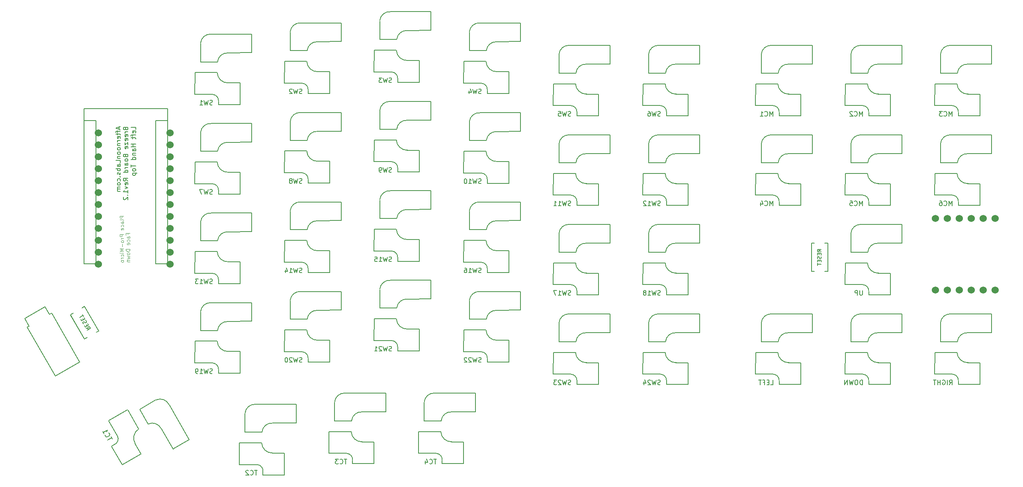
<source format=gbr>
%TF.GenerationSoftware,KiCad,Pcbnew,7.0.10*%
%TF.CreationDate,2024-03-24T21:28:29-04:00*%
%TF.ProjectId,Breeze,42726565-7a65-42e6-9b69-6361645f7063,Rev1.2*%
%TF.SameCoordinates,Original*%
%TF.FileFunction,Legend,Bot*%
%TF.FilePolarity,Positive*%
%FSLAX46Y46*%
G04 Gerber Fmt 4.6, Leading zero omitted, Abs format (unit mm)*
G04 Created by KiCad (PCBNEW 7.0.10) date 2024-03-24 21:28:29*
%MOMM*%
%LPD*%
G01*
G04 APERTURE LIST*
%ADD10C,0.150000*%
%ADD11C,0.100000*%
%ADD12C,1.524000*%
G04 APERTURE END LIST*
D10*
X122923104Y-121160160D02*
X122923104Y-121636350D01*
X123208819Y-121064922D02*
X122208819Y-121398255D01*
X122208819Y-121398255D02*
X123208819Y-121731588D01*
X122542152Y-121922065D02*
X122542152Y-122303017D01*
X123208819Y-122064922D02*
X122351676Y-122064922D01*
X122351676Y-122064922D02*
X122256438Y-122112541D01*
X122256438Y-122112541D02*
X122208819Y-122207779D01*
X122208819Y-122207779D02*
X122208819Y-122303017D01*
X122542152Y-122493494D02*
X122542152Y-122874446D01*
X122208819Y-122636351D02*
X123065961Y-122636351D01*
X123065961Y-122636351D02*
X123161200Y-122683970D01*
X123161200Y-122683970D02*
X123208819Y-122779208D01*
X123208819Y-122779208D02*
X123208819Y-122874446D01*
X123161200Y-123588732D02*
X123208819Y-123493494D01*
X123208819Y-123493494D02*
X123208819Y-123303018D01*
X123208819Y-123303018D02*
X123161200Y-123207780D01*
X123161200Y-123207780D02*
X123065961Y-123160161D01*
X123065961Y-123160161D02*
X122685009Y-123160161D01*
X122685009Y-123160161D02*
X122589771Y-123207780D01*
X122589771Y-123207780D02*
X122542152Y-123303018D01*
X122542152Y-123303018D02*
X122542152Y-123493494D01*
X122542152Y-123493494D02*
X122589771Y-123588732D01*
X122589771Y-123588732D02*
X122685009Y-123636351D01*
X122685009Y-123636351D02*
X122780247Y-123636351D01*
X122780247Y-123636351D02*
X122875485Y-123160161D01*
X123208819Y-124064923D02*
X122542152Y-124064923D01*
X122732628Y-124064923D02*
X122637390Y-124112542D01*
X122637390Y-124112542D02*
X122589771Y-124160161D01*
X122589771Y-124160161D02*
X122542152Y-124255399D01*
X122542152Y-124255399D02*
X122542152Y-124350637D01*
X122542152Y-124683971D02*
X123208819Y-124683971D01*
X122637390Y-124683971D02*
X122589771Y-124731590D01*
X122589771Y-124731590D02*
X122542152Y-124826828D01*
X122542152Y-124826828D02*
X122542152Y-124969685D01*
X122542152Y-124969685D02*
X122589771Y-125064923D01*
X122589771Y-125064923D02*
X122685009Y-125112542D01*
X122685009Y-125112542D02*
X123208819Y-125112542D01*
X123208819Y-125731590D02*
X123161200Y-125636352D01*
X123161200Y-125636352D02*
X123113580Y-125588733D01*
X123113580Y-125588733D02*
X123018342Y-125541114D01*
X123018342Y-125541114D02*
X122732628Y-125541114D01*
X122732628Y-125541114D02*
X122637390Y-125588733D01*
X122637390Y-125588733D02*
X122589771Y-125636352D01*
X122589771Y-125636352D02*
X122542152Y-125731590D01*
X122542152Y-125731590D02*
X122542152Y-125874447D01*
X122542152Y-125874447D02*
X122589771Y-125969685D01*
X122589771Y-125969685D02*
X122637390Y-126017304D01*
X122637390Y-126017304D02*
X122732628Y-126064923D01*
X122732628Y-126064923D02*
X123018342Y-126064923D01*
X123018342Y-126064923D02*
X123113580Y-126017304D01*
X123113580Y-126017304D02*
X123161200Y-125969685D01*
X123161200Y-125969685D02*
X123208819Y-125874447D01*
X123208819Y-125874447D02*
X123208819Y-125731590D01*
X123208819Y-126636352D02*
X123161200Y-126541114D01*
X123161200Y-126541114D02*
X123113580Y-126493495D01*
X123113580Y-126493495D02*
X123018342Y-126445876D01*
X123018342Y-126445876D02*
X122732628Y-126445876D01*
X122732628Y-126445876D02*
X122637390Y-126493495D01*
X122637390Y-126493495D02*
X122589771Y-126541114D01*
X122589771Y-126541114D02*
X122542152Y-126636352D01*
X122542152Y-126636352D02*
X122542152Y-126779209D01*
X122542152Y-126779209D02*
X122589771Y-126874447D01*
X122589771Y-126874447D02*
X122637390Y-126922066D01*
X122637390Y-126922066D02*
X122732628Y-126969685D01*
X122732628Y-126969685D02*
X123018342Y-126969685D01*
X123018342Y-126969685D02*
X123113580Y-126922066D01*
X123113580Y-126922066D02*
X123161200Y-126874447D01*
X123161200Y-126874447D02*
X123208819Y-126779209D01*
X123208819Y-126779209D02*
X123208819Y-126636352D01*
X122542152Y-127398257D02*
X123208819Y-127398257D01*
X122637390Y-127398257D02*
X122589771Y-127445876D01*
X122589771Y-127445876D02*
X122542152Y-127541114D01*
X122542152Y-127541114D02*
X122542152Y-127683971D01*
X122542152Y-127683971D02*
X122589771Y-127779209D01*
X122589771Y-127779209D02*
X122685009Y-127826828D01*
X122685009Y-127826828D02*
X123208819Y-127826828D01*
X123208819Y-128779209D02*
X123208819Y-128303019D01*
X123208819Y-128303019D02*
X122208819Y-128303019D01*
X123208819Y-129541114D02*
X122685009Y-129541114D01*
X122685009Y-129541114D02*
X122589771Y-129493495D01*
X122589771Y-129493495D02*
X122542152Y-129398257D01*
X122542152Y-129398257D02*
X122542152Y-129207781D01*
X122542152Y-129207781D02*
X122589771Y-129112543D01*
X123161200Y-129541114D02*
X123208819Y-129445876D01*
X123208819Y-129445876D02*
X123208819Y-129207781D01*
X123208819Y-129207781D02*
X123161200Y-129112543D01*
X123161200Y-129112543D02*
X123065961Y-129064924D01*
X123065961Y-129064924D02*
X122970723Y-129064924D01*
X122970723Y-129064924D02*
X122875485Y-129112543D01*
X122875485Y-129112543D02*
X122827866Y-129207781D01*
X122827866Y-129207781D02*
X122827866Y-129445876D01*
X122827866Y-129445876D02*
X122780247Y-129541114D01*
X123208819Y-130017305D02*
X122208819Y-130017305D01*
X122589771Y-130017305D02*
X122542152Y-130112543D01*
X122542152Y-130112543D02*
X122542152Y-130303019D01*
X122542152Y-130303019D02*
X122589771Y-130398257D01*
X122589771Y-130398257D02*
X122637390Y-130445876D01*
X122637390Y-130445876D02*
X122732628Y-130493495D01*
X122732628Y-130493495D02*
X123018342Y-130493495D01*
X123018342Y-130493495D02*
X123113580Y-130445876D01*
X123113580Y-130445876D02*
X123161200Y-130398257D01*
X123161200Y-130398257D02*
X123208819Y-130303019D01*
X123208819Y-130303019D02*
X123208819Y-130112543D01*
X123208819Y-130112543D02*
X123161200Y-130017305D01*
X123161200Y-130874448D02*
X123208819Y-130969686D01*
X123208819Y-130969686D02*
X123208819Y-131160162D01*
X123208819Y-131160162D02*
X123161200Y-131255400D01*
X123161200Y-131255400D02*
X123065961Y-131303019D01*
X123065961Y-131303019D02*
X123018342Y-131303019D01*
X123018342Y-131303019D02*
X122923104Y-131255400D01*
X122923104Y-131255400D02*
X122875485Y-131160162D01*
X122875485Y-131160162D02*
X122875485Y-131017305D01*
X122875485Y-131017305D02*
X122827866Y-130922067D01*
X122827866Y-130922067D02*
X122732628Y-130874448D01*
X122732628Y-130874448D02*
X122685009Y-130874448D01*
X122685009Y-130874448D02*
X122589771Y-130922067D01*
X122589771Y-130922067D02*
X122542152Y-131017305D01*
X122542152Y-131017305D02*
X122542152Y-131160162D01*
X122542152Y-131160162D02*
X122589771Y-131255400D01*
X123113580Y-131731591D02*
X123161200Y-131779210D01*
X123161200Y-131779210D02*
X123208819Y-131731591D01*
X123208819Y-131731591D02*
X123161200Y-131683972D01*
X123161200Y-131683972D02*
X123113580Y-131731591D01*
X123113580Y-131731591D02*
X123208819Y-131731591D01*
X123161200Y-132636352D02*
X123208819Y-132541114D01*
X123208819Y-132541114D02*
X123208819Y-132350638D01*
X123208819Y-132350638D02*
X123161200Y-132255400D01*
X123161200Y-132255400D02*
X123113580Y-132207781D01*
X123113580Y-132207781D02*
X123018342Y-132160162D01*
X123018342Y-132160162D02*
X122732628Y-132160162D01*
X122732628Y-132160162D02*
X122637390Y-132207781D01*
X122637390Y-132207781D02*
X122589771Y-132255400D01*
X122589771Y-132255400D02*
X122542152Y-132350638D01*
X122542152Y-132350638D02*
X122542152Y-132541114D01*
X122542152Y-132541114D02*
X122589771Y-132636352D01*
X123208819Y-133207781D02*
X123161200Y-133112543D01*
X123161200Y-133112543D02*
X123113580Y-133064924D01*
X123113580Y-133064924D02*
X123018342Y-133017305D01*
X123018342Y-133017305D02*
X122732628Y-133017305D01*
X122732628Y-133017305D02*
X122637390Y-133064924D01*
X122637390Y-133064924D02*
X122589771Y-133112543D01*
X122589771Y-133112543D02*
X122542152Y-133207781D01*
X122542152Y-133207781D02*
X122542152Y-133350638D01*
X122542152Y-133350638D02*
X122589771Y-133445876D01*
X122589771Y-133445876D02*
X122637390Y-133493495D01*
X122637390Y-133493495D02*
X122732628Y-133541114D01*
X122732628Y-133541114D02*
X123018342Y-133541114D01*
X123018342Y-133541114D02*
X123113580Y-133493495D01*
X123113580Y-133493495D02*
X123161200Y-133445876D01*
X123161200Y-133445876D02*
X123208819Y-133350638D01*
X123208819Y-133350638D02*
X123208819Y-133207781D01*
X123208819Y-133969686D02*
X122542152Y-133969686D01*
X122637390Y-133969686D02*
X122589771Y-134017305D01*
X122589771Y-134017305D02*
X122542152Y-134112543D01*
X122542152Y-134112543D02*
X122542152Y-134255400D01*
X122542152Y-134255400D02*
X122589771Y-134350638D01*
X122589771Y-134350638D02*
X122685009Y-134398257D01*
X122685009Y-134398257D02*
X123208819Y-134398257D01*
X122685009Y-134398257D02*
X122589771Y-134445876D01*
X122589771Y-134445876D02*
X122542152Y-134541114D01*
X122542152Y-134541114D02*
X122542152Y-134683971D01*
X122542152Y-134683971D02*
X122589771Y-134779210D01*
X122589771Y-134779210D02*
X122685009Y-134826829D01*
X122685009Y-134826829D02*
X123208819Y-134826829D01*
X124295009Y-121541112D02*
X124342628Y-121683969D01*
X124342628Y-121683969D02*
X124390247Y-121731588D01*
X124390247Y-121731588D02*
X124485485Y-121779207D01*
X124485485Y-121779207D02*
X124628342Y-121779207D01*
X124628342Y-121779207D02*
X124723580Y-121731588D01*
X124723580Y-121731588D02*
X124771200Y-121683969D01*
X124771200Y-121683969D02*
X124818819Y-121588731D01*
X124818819Y-121588731D02*
X124818819Y-121207779D01*
X124818819Y-121207779D02*
X123818819Y-121207779D01*
X123818819Y-121207779D02*
X123818819Y-121541112D01*
X123818819Y-121541112D02*
X123866438Y-121636350D01*
X123866438Y-121636350D02*
X123914057Y-121683969D01*
X123914057Y-121683969D02*
X124009295Y-121731588D01*
X124009295Y-121731588D02*
X124104533Y-121731588D01*
X124104533Y-121731588D02*
X124199771Y-121683969D01*
X124199771Y-121683969D02*
X124247390Y-121636350D01*
X124247390Y-121636350D02*
X124295009Y-121541112D01*
X124295009Y-121541112D02*
X124295009Y-121207779D01*
X124818819Y-122207779D02*
X124152152Y-122207779D01*
X124342628Y-122207779D02*
X124247390Y-122255398D01*
X124247390Y-122255398D02*
X124199771Y-122303017D01*
X124199771Y-122303017D02*
X124152152Y-122398255D01*
X124152152Y-122398255D02*
X124152152Y-122493493D01*
X124771200Y-123207779D02*
X124818819Y-123112541D01*
X124818819Y-123112541D02*
X124818819Y-122922065D01*
X124818819Y-122922065D02*
X124771200Y-122826827D01*
X124771200Y-122826827D02*
X124675961Y-122779208D01*
X124675961Y-122779208D02*
X124295009Y-122779208D01*
X124295009Y-122779208D02*
X124199771Y-122826827D01*
X124199771Y-122826827D02*
X124152152Y-122922065D01*
X124152152Y-122922065D02*
X124152152Y-123112541D01*
X124152152Y-123112541D02*
X124199771Y-123207779D01*
X124199771Y-123207779D02*
X124295009Y-123255398D01*
X124295009Y-123255398D02*
X124390247Y-123255398D01*
X124390247Y-123255398D02*
X124485485Y-122779208D01*
X124771200Y-124064922D02*
X124818819Y-123969684D01*
X124818819Y-123969684D02*
X124818819Y-123779208D01*
X124818819Y-123779208D02*
X124771200Y-123683970D01*
X124771200Y-123683970D02*
X124675961Y-123636351D01*
X124675961Y-123636351D02*
X124295009Y-123636351D01*
X124295009Y-123636351D02*
X124199771Y-123683970D01*
X124199771Y-123683970D02*
X124152152Y-123779208D01*
X124152152Y-123779208D02*
X124152152Y-123969684D01*
X124152152Y-123969684D02*
X124199771Y-124064922D01*
X124199771Y-124064922D02*
X124295009Y-124112541D01*
X124295009Y-124112541D02*
X124390247Y-124112541D01*
X124390247Y-124112541D02*
X124485485Y-123636351D01*
X124152152Y-124445875D02*
X124152152Y-124969684D01*
X124152152Y-124969684D02*
X124818819Y-124445875D01*
X124818819Y-124445875D02*
X124818819Y-124969684D01*
X124771200Y-125731589D02*
X124818819Y-125636351D01*
X124818819Y-125636351D02*
X124818819Y-125445875D01*
X124818819Y-125445875D02*
X124771200Y-125350637D01*
X124771200Y-125350637D02*
X124675961Y-125303018D01*
X124675961Y-125303018D02*
X124295009Y-125303018D01*
X124295009Y-125303018D02*
X124199771Y-125350637D01*
X124199771Y-125350637D02*
X124152152Y-125445875D01*
X124152152Y-125445875D02*
X124152152Y-125636351D01*
X124152152Y-125636351D02*
X124199771Y-125731589D01*
X124199771Y-125731589D02*
X124295009Y-125779208D01*
X124295009Y-125779208D02*
X124390247Y-125779208D01*
X124390247Y-125779208D02*
X124485485Y-125303018D01*
X124295009Y-127303018D02*
X124342628Y-127445875D01*
X124342628Y-127445875D02*
X124390247Y-127493494D01*
X124390247Y-127493494D02*
X124485485Y-127541113D01*
X124485485Y-127541113D02*
X124628342Y-127541113D01*
X124628342Y-127541113D02*
X124723580Y-127493494D01*
X124723580Y-127493494D02*
X124771200Y-127445875D01*
X124771200Y-127445875D02*
X124818819Y-127350637D01*
X124818819Y-127350637D02*
X124818819Y-126969685D01*
X124818819Y-126969685D02*
X123818819Y-126969685D01*
X123818819Y-126969685D02*
X123818819Y-127303018D01*
X123818819Y-127303018D02*
X123866438Y-127398256D01*
X123866438Y-127398256D02*
X123914057Y-127445875D01*
X123914057Y-127445875D02*
X124009295Y-127493494D01*
X124009295Y-127493494D02*
X124104533Y-127493494D01*
X124104533Y-127493494D02*
X124199771Y-127445875D01*
X124199771Y-127445875D02*
X124247390Y-127398256D01*
X124247390Y-127398256D02*
X124295009Y-127303018D01*
X124295009Y-127303018D02*
X124295009Y-126969685D01*
X124818819Y-128112542D02*
X124771200Y-128017304D01*
X124771200Y-128017304D02*
X124723580Y-127969685D01*
X124723580Y-127969685D02*
X124628342Y-127922066D01*
X124628342Y-127922066D02*
X124342628Y-127922066D01*
X124342628Y-127922066D02*
X124247390Y-127969685D01*
X124247390Y-127969685D02*
X124199771Y-128017304D01*
X124199771Y-128017304D02*
X124152152Y-128112542D01*
X124152152Y-128112542D02*
X124152152Y-128255399D01*
X124152152Y-128255399D02*
X124199771Y-128350637D01*
X124199771Y-128350637D02*
X124247390Y-128398256D01*
X124247390Y-128398256D02*
X124342628Y-128445875D01*
X124342628Y-128445875D02*
X124628342Y-128445875D01*
X124628342Y-128445875D02*
X124723580Y-128398256D01*
X124723580Y-128398256D02*
X124771200Y-128350637D01*
X124771200Y-128350637D02*
X124818819Y-128255399D01*
X124818819Y-128255399D02*
X124818819Y-128112542D01*
X124818819Y-129303018D02*
X124295009Y-129303018D01*
X124295009Y-129303018D02*
X124199771Y-129255399D01*
X124199771Y-129255399D02*
X124152152Y-129160161D01*
X124152152Y-129160161D02*
X124152152Y-128969685D01*
X124152152Y-128969685D02*
X124199771Y-128874447D01*
X124771200Y-129303018D02*
X124818819Y-129207780D01*
X124818819Y-129207780D02*
X124818819Y-128969685D01*
X124818819Y-128969685D02*
X124771200Y-128874447D01*
X124771200Y-128874447D02*
X124675961Y-128826828D01*
X124675961Y-128826828D02*
X124580723Y-128826828D01*
X124580723Y-128826828D02*
X124485485Y-128874447D01*
X124485485Y-128874447D02*
X124437866Y-128969685D01*
X124437866Y-128969685D02*
X124437866Y-129207780D01*
X124437866Y-129207780D02*
X124390247Y-129303018D01*
X124818819Y-129779209D02*
X124152152Y-129779209D01*
X124342628Y-129779209D02*
X124247390Y-129826828D01*
X124247390Y-129826828D02*
X124199771Y-129874447D01*
X124199771Y-129874447D02*
X124152152Y-129969685D01*
X124152152Y-129969685D02*
X124152152Y-130064923D01*
X124818819Y-130826828D02*
X123818819Y-130826828D01*
X124771200Y-130826828D02*
X124818819Y-130731590D01*
X124818819Y-130731590D02*
X124818819Y-130541114D01*
X124818819Y-130541114D02*
X124771200Y-130445876D01*
X124771200Y-130445876D02*
X124723580Y-130398257D01*
X124723580Y-130398257D02*
X124628342Y-130350638D01*
X124628342Y-130350638D02*
X124342628Y-130350638D01*
X124342628Y-130350638D02*
X124247390Y-130398257D01*
X124247390Y-130398257D02*
X124199771Y-130445876D01*
X124199771Y-130445876D02*
X124152152Y-130541114D01*
X124152152Y-130541114D02*
X124152152Y-130731590D01*
X124152152Y-130731590D02*
X124199771Y-130826828D01*
X124818819Y-132636352D02*
X124342628Y-132303019D01*
X124818819Y-132064924D02*
X123818819Y-132064924D01*
X123818819Y-132064924D02*
X123818819Y-132445876D01*
X123818819Y-132445876D02*
X123866438Y-132541114D01*
X123866438Y-132541114D02*
X123914057Y-132588733D01*
X123914057Y-132588733D02*
X124009295Y-132636352D01*
X124009295Y-132636352D02*
X124152152Y-132636352D01*
X124152152Y-132636352D02*
X124247390Y-132588733D01*
X124247390Y-132588733D02*
X124295009Y-132541114D01*
X124295009Y-132541114D02*
X124342628Y-132445876D01*
X124342628Y-132445876D02*
X124342628Y-132064924D01*
X124771200Y-133445876D02*
X124818819Y-133350638D01*
X124818819Y-133350638D02*
X124818819Y-133160162D01*
X124818819Y-133160162D02*
X124771200Y-133064924D01*
X124771200Y-133064924D02*
X124675961Y-133017305D01*
X124675961Y-133017305D02*
X124295009Y-133017305D01*
X124295009Y-133017305D02*
X124199771Y-133064924D01*
X124199771Y-133064924D02*
X124152152Y-133160162D01*
X124152152Y-133160162D02*
X124152152Y-133350638D01*
X124152152Y-133350638D02*
X124199771Y-133445876D01*
X124199771Y-133445876D02*
X124295009Y-133493495D01*
X124295009Y-133493495D02*
X124390247Y-133493495D01*
X124390247Y-133493495D02*
X124485485Y-133017305D01*
X124152152Y-133826829D02*
X124818819Y-134064924D01*
X124818819Y-134064924D02*
X124152152Y-134303019D01*
X124818819Y-135207781D02*
X124818819Y-134636353D01*
X124818819Y-134922067D02*
X123818819Y-134922067D01*
X123818819Y-134922067D02*
X123961676Y-134826829D01*
X123961676Y-134826829D02*
X124056914Y-134731591D01*
X124056914Y-134731591D02*
X124104533Y-134636353D01*
X124723580Y-135636353D02*
X124771200Y-135683972D01*
X124771200Y-135683972D02*
X124818819Y-135636353D01*
X124818819Y-135636353D02*
X124771200Y-135588734D01*
X124771200Y-135588734D02*
X124723580Y-135636353D01*
X124723580Y-135636353D02*
X124818819Y-135636353D01*
X123914057Y-136064924D02*
X123866438Y-136112543D01*
X123866438Y-136112543D02*
X123818819Y-136207781D01*
X123818819Y-136207781D02*
X123818819Y-136445876D01*
X123818819Y-136445876D02*
X123866438Y-136541114D01*
X123866438Y-136541114D02*
X123914057Y-136588733D01*
X123914057Y-136588733D02*
X124009295Y-136636352D01*
X124009295Y-136636352D02*
X124104533Y-136636352D01*
X124104533Y-136636352D02*
X124247390Y-136588733D01*
X124247390Y-136588733D02*
X124818819Y-136017305D01*
X124818819Y-136017305D02*
X124818819Y-136636352D01*
X126428819Y-121683969D02*
X126428819Y-121207779D01*
X126428819Y-121207779D02*
X125428819Y-121207779D01*
X126381200Y-122398255D02*
X126428819Y-122303017D01*
X126428819Y-122303017D02*
X126428819Y-122112541D01*
X126428819Y-122112541D02*
X126381200Y-122017303D01*
X126381200Y-122017303D02*
X126285961Y-121969684D01*
X126285961Y-121969684D02*
X125905009Y-121969684D01*
X125905009Y-121969684D02*
X125809771Y-122017303D01*
X125809771Y-122017303D02*
X125762152Y-122112541D01*
X125762152Y-122112541D02*
X125762152Y-122303017D01*
X125762152Y-122303017D02*
X125809771Y-122398255D01*
X125809771Y-122398255D02*
X125905009Y-122445874D01*
X125905009Y-122445874D02*
X126000247Y-122445874D01*
X126000247Y-122445874D02*
X126095485Y-121969684D01*
X125762152Y-122731589D02*
X125762152Y-123112541D01*
X126428819Y-122874446D02*
X125571676Y-122874446D01*
X125571676Y-122874446D02*
X125476438Y-122922065D01*
X125476438Y-122922065D02*
X125428819Y-123017303D01*
X125428819Y-123017303D02*
X125428819Y-123112541D01*
X125762152Y-123303018D02*
X125762152Y-123683970D01*
X125428819Y-123445875D02*
X126285961Y-123445875D01*
X126285961Y-123445875D02*
X126381200Y-123493494D01*
X126381200Y-123493494D02*
X126428819Y-123588732D01*
X126428819Y-123588732D02*
X126428819Y-123683970D01*
X126428819Y-124779209D02*
X125428819Y-124779209D01*
X125905009Y-124779209D02*
X125905009Y-125350637D01*
X126428819Y-125350637D02*
X125428819Y-125350637D01*
X126428819Y-126255399D02*
X125905009Y-126255399D01*
X125905009Y-126255399D02*
X125809771Y-126207780D01*
X125809771Y-126207780D02*
X125762152Y-126112542D01*
X125762152Y-126112542D02*
X125762152Y-125922066D01*
X125762152Y-125922066D02*
X125809771Y-125826828D01*
X126381200Y-126255399D02*
X126428819Y-126160161D01*
X126428819Y-126160161D02*
X126428819Y-125922066D01*
X126428819Y-125922066D02*
X126381200Y-125826828D01*
X126381200Y-125826828D02*
X126285961Y-125779209D01*
X126285961Y-125779209D02*
X126190723Y-125779209D01*
X126190723Y-125779209D02*
X126095485Y-125826828D01*
X126095485Y-125826828D02*
X126047866Y-125922066D01*
X126047866Y-125922066D02*
X126047866Y-126160161D01*
X126047866Y-126160161D02*
X126000247Y-126255399D01*
X125762152Y-126731590D02*
X126428819Y-126731590D01*
X125857390Y-126731590D02*
X125809771Y-126779209D01*
X125809771Y-126779209D02*
X125762152Y-126874447D01*
X125762152Y-126874447D02*
X125762152Y-127017304D01*
X125762152Y-127017304D02*
X125809771Y-127112542D01*
X125809771Y-127112542D02*
X125905009Y-127160161D01*
X125905009Y-127160161D02*
X126428819Y-127160161D01*
X126428819Y-128064923D02*
X125428819Y-128064923D01*
X126381200Y-128064923D02*
X126428819Y-127969685D01*
X126428819Y-127969685D02*
X126428819Y-127779209D01*
X126428819Y-127779209D02*
X126381200Y-127683971D01*
X126381200Y-127683971D02*
X126333580Y-127636352D01*
X126333580Y-127636352D02*
X126238342Y-127588733D01*
X126238342Y-127588733D02*
X125952628Y-127588733D01*
X125952628Y-127588733D02*
X125857390Y-127636352D01*
X125857390Y-127636352D02*
X125809771Y-127683971D01*
X125809771Y-127683971D02*
X125762152Y-127779209D01*
X125762152Y-127779209D02*
X125762152Y-127969685D01*
X125762152Y-127969685D02*
X125809771Y-128064923D01*
X125428819Y-129160162D02*
X125428819Y-129731590D01*
X126428819Y-129445876D02*
X125428819Y-129445876D01*
X126428819Y-130207781D02*
X126381200Y-130112543D01*
X126381200Y-130112543D02*
X126333580Y-130064924D01*
X126333580Y-130064924D02*
X126238342Y-130017305D01*
X126238342Y-130017305D02*
X125952628Y-130017305D01*
X125952628Y-130017305D02*
X125857390Y-130064924D01*
X125857390Y-130064924D02*
X125809771Y-130112543D01*
X125809771Y-130112543D02*
X125762152Y-130207781D01*
X125762152Y-130207781D02*
X125762152Y-130350638D01*
X125762152Y-130350638D02*
X125809771Y-130445876D01*
X125809771Y-130445876D02*
X125857390Y-130493495D01*
X125857390Y-130493495D02*
X125952628Y-130541114D01*
X125952628Y-130541114D02*
X126238342Y-130541114D01*
X126238342Y-130541114D02*
X126333580Y-130493495D01*
X126333580Y-130493495D02*
X126381200Y-130445876D01*
X126381200Y-130445876D02*
X126428819Y-130350638D01*
X126428819Y-130350638D02*
X126428819Y-130207781D01*
X125762152Y-130969686D02*
X126762152Y-130969686D01*
X125809771Y-130969686D02*
X125762152Y-131064924D01*
X125762152Y-131064924D02*
X125762152Y-131255400D01*
X125762152Y-131255400D02*
X125809771Y-131350638D01*
X125809771Y-131350638D02*
X125857390Y-131398257D01*
X125857390Y-131398257D02*
X125952628Y-131445876D01*
X125952628Y-131445876D02*
X126238342Y-131445876D01*
X126238342Y-131445876D02*
X126333580Y-131398257D01*
X126333580Y-131398257D02*
X126381200Y-131350638D01*
X126381200Y-131350638D02*
X126428819Y-131255400D01*
X126428819Y-131255400D02*
X126428819Y-131064924D01*
X126428819Y-131064924D02*
X126381200Y-130969686D01*
D11*
X123884895Y-140112353D02*
X123084895Y-140112353D01*
X123084895Y-140112353D02*
X123084895Y-140417115D01*
X123084895Y-140417115D02*
X123122990Y-140493305D01*
X123122990Y-140493305D02*
X123161085Y-140531400D01*
X123161085Y-140531400D02*
X123237276Y-140569496D01*
X123237276Y-140569496D02*
X123351561Y-140569496D01*
X123351561Y-140569496D02*
X123427752Y-140531400D01*
X123427752Y-140531400D02*
X123465847Y-140493305D01*
X123465847Y-140493305D02*
X123503942Y-140417115D01*
X123503942Y-140417115D02*
X123503942Y-140112353D01*
X123884895Y-141026638D02*
X123846800Y-140950448D01*
X123846800Y-140950448D02*
X123770609Y-140912353D01*
X123770609Y-140912353D02*
X123084895Y-140912353D01*
X123884895Y-141674258D02*
X123465847Y-141674258D01*
X123465847Y-141674258D02*
X123389657Y-141636163D01*
X123389657Y-141636163D02*
X123351561Y-141559972D01*
X123351561Y-141559972D02*
X123351561Y-141407591D01*
X123351561Y-141407591D02*
X123389657Y-141331401D01*
X123846800Y-141674258D02*
X123884895Y-141598067D01*
X123884895Y-141598067D02*
X123884895Y-141407591D01*
X123884895Y-141407591D02*
X123846800Y-141331401D01*
X123846800Y-141331401D02*
X123770609Y-141293305D01*
X123770609Y-141293305D02*
X123694419Y-141293305D01*
X123694419Y-141293305D02*
X123618228Y-141331401D01*
X123618228Y-141331401D02*
X123580133Y-141407591D01*
X123580133Y-141407591D02*
X123580133Y-141598067D01*
X123580133Y-141598067D02*
X123542038Y-141674258D01*
X123846800Y-142398068D02*
X123884895Y-142321877D01*
X123884895Y-142321877D02*
X123884895Y-142169496D01*
X123884895Y-142169496D02*
X123846800Y-142093306D01*
X123846800Y-142093306D02*
X123808704Y-142055211D01*
X123808704Y-142055211D02*
X123732514Y-142017115D01*
X123732514Y-142017115D02*
X123503942Y-142017115D01*
X123503942Y-142017115D02*
X123427752Y-142055211D01*
X123427752Y-142055211D02*
X123389657Y-142093306D01*
X123389657Y-142093306D02*
X123351561Y-142169496D01*
X123351561Y-142169496D02*
X123351561Y-142321877D01*
X123351561Y-142321877D02*
X123389657Y-142398068D01*
X123846800Y-143045687D02*
X123884895Y-142969496D01*
X123884895Y-142969496D02*
X123884895Y-142817115D01*
X123884895Y-142817115D02*
X123846800Y-142740925D01*
X123846800Y-142740925D02*
X123770609Y-142702829D01*
X123770609Y-142702829D02*
X123465847Y-142702829D01*
X123465847Y-142702829D02*
X123389657Y-142740925D01*
X123389657Y-142740925D02*
X123351561Y-142817115D01*
X123351561Y-142817115D02*
X123351561Y-142969496D01*
X123351561Y-142969496D02*
X123389657Y-143045687D01*
X123389657Y-143045687D02*
X123465847Y-143083782D01*
X123465847Y-143083782D02*
X123542038Y-143083782D01*
X123542038Y-143083782D02*
X123618228Y-142702829D01*
X123884895Y-144036163D02*
X123084895Y-144036163D01*
X123084895Y-144036163D02*
X123084895Y-144340925D01*
X123084895Y-144340925D02*
X123122990Y-144417115D01*
X123122990Y-144417115D02*
X123161085Y-144455210D01*
X123161085Y-144455210D02*
X123237276Y-144493306D01*
X123237276Y-144493306D02*
X123351561Y-144493306D01*
X123351561Y-144493306D02*
X123427752Y-144455210D01*
X123427752Y-144455210D02*
X123465847Y-144417115D01*
X123465847Y-144417115D02*
X123503942Y-144340925D01*
X123503942Y-144340925D02*
X123503942Y-144036163D01*
X123884895Y-144836163D02*
X123351561Y-144836163D01*
X123503942Y-144836163D02*
X123427752Y-144874258D01*
X123427752Y-144874258D02*
X123389657Y-144912353D01*
X123389657Y-144912353D02*
X123351561Y-144988544D01*
X123351561Y-144988544D02*
X123351561Y-145064734D01*
X123884895Y-145445686D02*
X123846800Y-145369496D01*
X123846800Y-145369496D02*
X123808704Y-145331401D01*
X123808704Y-145331401D02*
X123732514Y-145293305D01*
X123732514Y-145293305D02*
X123503942Y-145293305D01*
X123503942Y-145293305D02*
X123427752Y-145331401D01*
X123427752Y-145331401D02*
X123389657Y-145369496D01*
X123389657Y-145369496D02*
X123351561Y-145445686D01*
X123351561Y-145445686D02*
X123351561Y-145559972D01*
X123351561Y-145559972D02*
X123389657Y-145636163D01*
X123389657Y-145636163D02*
X123427752Y-145674258D01*
X123427752Y-145674258D02*
X123503942Y-145712353D01*
X123503942Y-145712353D02*
X123732514Y-145712353D01*
X123732514Y-145712353D02*
X123808704Y-145674258D01*
X123808704Y-145674258D02*
X123846800Y-145636163D01*
X123846800Y-145636163D02*
X123884895Y-145559972D01*
X123884895Y-145559972D02*
X123884895Y-145445686D01*
X123580133Y-146055211D02*
X123580133Y-146664735D01*
X123884895Y-147045687D02*
X123084895Y-147045687D01*
X123084895Y-147045687D02*
X123656323Y-147312353D01*
X123656323Y-147312353D02*
X123084895Y-147579020D01*
X123084895Y-147579020D02*
X123884895Y-147579020D01*
X123884895Y-147959973D02*
X123351561Y-147959973D01*
X123084895Y-147959973D02*
X123122990Y-147921877D01*
X123122990Y-147921877D02*
X123161085Y-147959973D01*
X123161085Y-147959973D02*
X123122990Y-147998068D01*
X123122990Y-147998068D02*
X123084895Y-147959973D01*
X123084895Y-147959973D02*
X123161085Y-147959973D01*
X123846800Y-148683782D02*
X123884895Y-148607591D01*
X123884895Y-148607591D02*
X123884895Y-148455210D01*
X123884895Y-148455210D02*
X123846800Y-148379020D01*
X123846800Y-148379020D02*
X123808704Y-148340925D01*
X123808704Y-148340925D02*
X123732514Y-148302829D01*
X123732514Y-148302829D02*
X123503942Y-148302829D01*
X123503942Y-148302829D02*
X123427752Y-148340925D01*
X123427752Y-148340925D02*
X123389657Y-148379020D01*
X123389657Y-148379020D02*
X123351561Y-148455210D01*
X123351561Y-148455210D02*
X123351561Y-148607591D01*
X123351561Y-148607591D02*
X123389657Y-148683782D01*
X123884895Y-149026639D02*
X123351561Y-149026639D01*
X123503942Y-149026639D02*
X123427752Y-149064734D01*
X123427752Y-149064734D02*
X123389657Y-149102829D01*
X123389657Y-149102829D02*
X123351561Y-149179020D01*
X123351561Y-149179020D02*
X123351561Y-149255210D01*
X123884895Y-149636162D02*
X123846800Y-149559972D01*
X123846800Y-149559972D02*
X123808704Y-149521877D01*
X123808704Y-149521877D02*
X123732514Y-149483781D01*
X123732514Y-149483781D02*
X123503942Y-149483781D01*
X123503942Y-149483781D02*
X123427752Y-149521877D01*
X123427752Y-149521877D02*
X123389657Y-149559972D01*
X123389657Y-149559972D02*
X123351561Y-149636162D01*
X123351561Y-149636162D02*
X123351561Y-149750448D01*
X123351561Y-149750448D02*
X123389657Y-149826639D01*
X123389657Y-149826639D02*
X123427752Y-149864734D01*
X123427752Y-149864734D02*
X123503942Y-149902829D01*
X123503942Y-149902829D02*
X123732514Y-149902829D01*
X123732514Y-149902829D02*
X123808704Y-149864734D01*
X123808704Y-149864734D02*
X123846800Y-149826639D01*
X123846800Y-149826639D02*
X123884895Y-149750448D01*
X123884895Y-149750448D02*
X123884895Y-149636162D01*
X124753847Y-144036162D02*
X124753847Y-143769496D01*
X125172895Y-143769496D02*
X124372895Y-143769496D01*
X124372895Y-143769496D02*
X124372895Y-144150448D01*
X125172895Y-144798067D02*
X124753847Y-144798067D01*
X124753847Y-144798067D02*
X124677657Y-144759972D01*
X124677657Y-144759972D02*
X124639561Y-144683781D01*
X124639561Y-144683781D02*
X124639561Y-144531400D01*
X124639561Y-144531400D02*
X124677657Y-144455210D01*
X125134800Y-144798067D02*
X125172895Y-144721876D01*
X125172895Y-144721876D02*
X125172895Y-144531400D01*
X125172895Y-144531400D02*
X125134800Y-144455210D01*
X125134800Y-144455210D02*
X125058609Y-144417114D01*
X125058609Y-144417114D02*
X124982419Y-144417114D01*
X124982419Y-144417114D02*
X124906228Y-144455210D01*
X124906228Y-144455210D02*
X124868133Y-144531400D01*
X124868133Y-144531400D02*
X124868133Y-144721876D01*
X124868133Y-144721876D02*
X124830038Y-144798067D01*
X125134800Y-145521877D02*
X125172895Y-145445686D01*
X125172895Y-145445686D02*
X125172895Y-145293305D01*
X125172895Y-145293305D02*
X125134800Y-145217115D01*
X125134800Y-145217115D02*
X125096704Y-145179020D01*
X125096704Y-145179020D02*
X125020514Y-145140924D01*
X125020514Y-145140924D02*
X124791942Y-145140924D01*
X124791942Y-145140924D02*
X124715752Y-145179020D01*
X124715752Y-145179020D02*
X124677657Y-145217115D01*
X124677657Y-145217115D02*
X124639561Y-145293305D01*
X124639561Y-145293305D02*
X124639561Y-145445686D01*
X124639561Y-145445686D02*
X124677657Y-145521877D01*
X125134800Y-146169496D02*
X125172895Y-146093305D01*
X125172895Y-146093305D02*
X125172895Y-145940924D01*
X125172895Y-145940924D02*
X125134800Y-145864734D01*
X125134800Y-145864734D02*
X125058609Y-145826638D01*
X125058609Y-145826638D02*
X124753847Y-145826638D01*
X124753847Y-145826638D02*
X124677657Y-145864734D01*
X124677657Y-145864734D02*
X124639561Y-145940924D01*
X124639561Y-145940924D02*
X124639561Y-146093305D01*
X124639561Y-146093305D02*
X124677657Y-146169496D01*
X124677657Y-146169496D02*
X124753847Y-146207591D01*
X124753847Y-146207591D02*
X124830038Y-146207591D01*
X124830038Y-146207591D02*
X124906228Y-145826638D01*
X125172895Y-147159972D02*
X124372895Y-147159972D01*
X124372895Y-147159972D02*
X124372895Y-147350448D01*
X124372895Y-147350448D02*
X124410990Y-147464734D01*
X124410990Y-147464734D02*
X124487180Y-147540924D01*
X124487180Y-147540924D02*
X124563371Y-147579019D01*
X124563371Y-147579019D02*
X124715752Y-147617115D01*
X124715752Y-147617115D02*
X124830038Y-147617115D01*
X124830038Y-147617115D02*
X124982419Y-147579019D01*
X124982419Y-147579019D02*
X125058609Y-147540924D01*
X125058609Y-147540924D02*
X125134800Y-147464734D01*
X125134800Y-147464734D02*
X125172895Y-147350448D01*
X125172895Y-147350448D02*
X125172895Y-147159972D01*
X125172895Y-148074257D02*
X125134800Y-147998067D01*
X125134800Y-147998067D02*
X125096704Y-147959972D01*
X125096704Y-147959972D02*
X125020514Y-147921876D01*
X125020514Y-147921876D02*
X124791942Y-147921876D01*
X124791942Y-147921876D02*
X124715752Y-147959972D01*
X124715752Y-147959972D02*
X124677657Y-147998067D01*
X124677657Y-147998067D02*
X124639561Y-148074257D01*
X124639561Y-148074257D02*
X124639561Y-148188543D01*
X124639561Y-148188543D02*
X124677657Y-148264734D01*
X124677657Y-148264734D02*
X124715752Y-148302829D01*
X124715752Y-148302829D02*
X124791942Y-148340924D01*
X124791942Y-148340924D02*
X125020514Y-148340924D01*
X125020514Y-148340924D02*
X125096704Y-148302829D01*
X125096704Y-148302829D02*
X125134800Y-148264734D01*
X125134800Y-148264734D02*
X125172895Y-148188543D01*
X125172895Y-148188543D02*
X125172895Y-148074257D01*
X124639561Y-148607591D02*
X125172895Y-148759972D01*
X125172895Y-148759972D02*
X124791942Y-148912353D01*
X124791942Y-148912353D02*
X125172895Y-149064734D01*
X125172895Y-149064734D02*
X124639561Y-149217115D01*
X124639561Y-149521877D02*
X125172895Y-149521877D01*
X124715752Y-149521877D02*
X124677657Y-149559972D01*
X124677657Y-149559972D02*
X124639561Y-149636162D01*
X124639561Y-149636162D02*
X124639561Y-149750448D01*
X124639561Y-149750448D02*
X124677657Y-149826639D01*
X124677657Y-149826639D02*
X124753847Y-149864734D01*
X124753847Y-149864734D02*
X125172895Y-149864734D01*
D10*
X280961220Y-175994819D02*
X280961220Y-174994819D01*
X280961220Y-174994819D02*
X280723125Y-174994819D01*
X280723125Y-174994819D02*
X280580268Y-175042438D01*
X280580268Y-175042438D02*
X280485030Y-175137676D01*
X280485030Y-175137676D02*
X280437411Y-175232914D01*
X280437411Y-175232914D02*
X280389792Y-175423390D01*
X280389792Y-175423390D02*
X280389792Y-175566247D01*
X280389792Y-175566247D02*
X280437411Y-175756723D01*
X280437411Y-175756723D02*
X280485030Y-175851961D01*
X280485030Y-175851961D02*
X280580268Y-175947200D01*
X280580268Y-175947200D02*
X280723125Y-175994819D01*
X280723125Y-175994819D02*
X280961220Y-175994819D01*
X279770744Y-174994819D02*
X279580268Y-174994819D01*
X279580268Y-174994819D02*
X279485030Y-175042438D01*
X279485030Y-175042438D02*
X279389792Y-175137676D01*
X279389792Y-175137676D02*
X279342173Y-175328152D01*
X279342173Y-175328152D02*
X279342173Y-175661485D01*
X279342173Y-175661485D02*
X279389792Y-175851961D01*
X279389792Y-175851961D02*
X279485030Y-175947200D01*
X279485030Y-175947200D02*
X279580268Y-175994819D01*
X279580268Y-175994819D02*
X279770744Y-175994819D01*
X279770744Y-175994819D02*
X279865982Y-175947200D01*
X279865982Y-175947200D02*
X279961220Y-175851961D01*
X279961220Y-175851961D02*
X280008839Y-175661485D01*
X280008839Y-175661485D02*
X280008839Y-175328152D01*
X280008839Y-175328152D02*
X279961220Y-175137676D01*
X279961220Y-175137676D02*
X279865982Y-175042438D01*
X279865982Y-175042438D02*
X279770744Y-174994819D01*
X279008839Y-174994819D02*
X278770744Y-175994819D01*
X278770744Y-175994819D02*
X278580268Y-175280533D01*
X278580268Y-175280533D02*
X278389792Y-175994819D01*
X278389792Y-175994819D02*
X278151697Y-174994819D01*
X277770744Y-175994819D02*
X277770744Y-174994819D01*
X277770744Y-174994819D02*
X277199316Y-175994819D01*
X277199316Y-175994819D02*
X277199316Y-174994819D01*
X261435030Y-175994819D02*
X261911220Y-175994819D01*
X261911220Y-175994819D02*
X261911220Y-174994819D01*
X261101696Y-175471009D02*
X260768363Y-175471009D01*
X260625506Y-175994819D02*
X261101696Y-175994819D01*
X261101696Y-175994819D02*
X261101696Y-174994819D01*
X261101696Y-174994819D02*
X260625506Y-174994819D01*
X259863601Y-175471009D02*
X260196934Y-175471009D01*
X260196934Y-175994819D02*
X260196934Y-174994819D01*
X260196934Y-174994819D02*
X259720744Y-174994819D01*
X259482648Y-174994819D02*
X258911220Y-174994819D01*
X259196934Y-175994819D02*
X259196934Y-174994819D01*
X299439792Y-175994819D02*
X299773125Y-175518628D01*
X300011220Y-175994819D02*
X300011220Y-174994819D01*
X300011220Y-174994819D02*
X299630268Y-174994819D01*
X299630268Y-174994819D02*
X299535030Y-175042438D01*
X299535030Y-175042438D02*
X299487411Y-175090057D01*
X299487411Y-175090057D02*
X299439792Y-175185295D01*
X299439792Y-175185295D02*
X299439792Y-175328152D01*
X299439792Y-175328152D02*
X299487411Y-175423390D01*
X299487411Y-175423390D02*
X299535030Y-175471009D01*
X299535030Y-175471009D02*
X299630268Y-175518628D01*
X299630268Y-175518628D02*
X300011220Y-175518628D01*
X299011220Y-175994819D02*
X299011220Y-174994819D01*
X298011221Y-175042438D02*
X298106459Y-174994819D01*
X298106459Y-174994819D02*
X298249316Y-174994819D01*
X298249316Y-174994819D02*
X298392173Y-175042438D01*
X298392173Y-175042438D02*
X298487411Y-175137676D01*
X298487411Y-175137676D02*
X298535030Y-175232914D01*
X298535030Y-175232914D02*
X298582649Y-175423390D01*
X298582649Y-175423390D02*
X298582649Y-175566247D01*
X298582649Y-175566247D02*
X298535030Y-175756723D01*
X298535030Y-175756723D02*
X298487411Y-175851961D01*
X298487411Y-175851961D02*
X298392173Y-175947200D01*
X298392173Y-175947200D02*
X298249316Y-175994819D01*
X298249316Y-175994819D02*
X298154078Y-175994819D01*
X298154078Y-175994819D02*
X298011221Y-175947200D01*
X298011221Y-175947200D02*
X297963602Y-175899580D01*
X297963602Y-175899580D02*
X297963602Y-175566247D01*
X297963602Y-175566247D02*
X298154078Y-175566247D01*
X297535030Y-175994819D02*
X297535030Y-174994819D01*
X297535030Y-175471009D02*
X296963602Y-175471009D01*
X296963602Y-175994819D02*
X296963602Y-174994819D01*
X296630268Y-174994819D02*
X296058840Y-174994819D01*
X296344554Y-175994819D02*
X296344554Y-174994819D01*
X280961220Y-155944819D02*
X280961220Y-156754342D01*
X280961220Y-156754342D02*
X280913601Y-156849580D01*
X280913601Y-156849580D02*
X280865982Y-156897200D01*
X280865982Y-156897200D02*
X280770744Y-156944819D01*
X280770744Y-156944819D02*
X280580268Y-156944819D01*
X280580268Y-156944819D02*
X280485030Y-156897200D01*
X280485030Y-156897200D02*
X280437411Y-156849580D01*
X280437411Y-156849580D02*
X280389792Y-156754342D01*
X280389792Y-156754342D02*
X280389792Y-155944819D01*
X279913601Y-156944819D02*
X279913601Y-155944819D01*
X279913601Y-155944819D02*
X279532649Y-155944819D01*
X279532649Y-155944819D02*
X279437411Y-155992438D01*
X279437411Y-155992438D02*
X279389792Y-156040057D01*
X279389792Y-156040057D02*
X279342173Y-156135295D01*
X279342173Y-156135295D02*
X279342173Y-156278152D01*
X279342173Y-156278152D02*
X279389792Y-156373390D01*
X279389792Y-156373390D02*
X279437411Y-156421009D01*
X279437411Y-156421009D02*
X279532649Y-156468628D01*
X279532649Y-156468628D02*
X279913601Y-156468628D01*
X261911220Y-118844819D02*
X261911220Y-117844819D01*
X261911220Y-117844819D02*
X261577887Y-118559104D01*
X261577887Y-118559104D02*
X261244554Y-117844819D01*
X261244554Y-117844819D02*
X261244554Y-118844819D01*
X260196935Y-118749580D02*
X260244554Y-118797200D01*
X260244554Y-118797200D02*
X260387411Y-118844819D01*
X260387411Y-118844819D02*
X260482649Y-118844819D01*
X260482649Y-118844819D02*
X260625506Y-118797200D01*
X260625506Y-118797200D02*
X260720744Y-118701961D01*
X260720744Y-118701961D02*
X260768363Y-118606723D01*
X260768363Y-118606723D02*
X260815982Y-118416247D01*
X260815982Y-118416247D02*
X260815982Y-118273390D01*
X260815982Y-118273390D02*
X260768363Y-118082914D01*
X260768363Y-118082914D02*
X260720744Y-117987676D01*
X260720744Y-117987676D02*
X260625506Y-117892438D01*
X260625506Y-117892438D02*
X260482649Y-117844819D01*
X260482649Y-117844819D02*
X260387411Y-117844819D01*
X260387411Y-117844819D02*
X260244554Y-117892438D01*
X260244554Y-117892438D02*
X260196935Y-117940057D01*
X259244554Y-118844819D02*
X259815982Y-118844819D01*
X259530268Y-118844819D02*
X259530268Y-117844819D01*
X259530268Y-117844819D02*
X259625506Y-117987676D01*
X259625506Y-117987676D02*
X259720744Y-118082914D01*
X259720744Y-118082914D02*
X259815982Y-118130533D01*
X280961220Y-118844819D02*
X280961220Y-117844819D01*
X280961220Y-117844819D02*
X280627887Y-118559104D01*
X280627887Y-118559104D02*
X280294554Y-117844819D01*
X280294554Y-117844819D02*
X280294554Y-118844819D01*
X279246935Y-118749580D02*
X279294554Y-118797200D01*
X279294554Y-118797200D02*
X279437411Y-118844819D01*
X279437411Y-118844819D02*
X279532649Y-118844819D01*
X279532649Y-118844819D02*
X279675506Y-118797200D01*
X279675506Y-118797200D02*
X279770744Y-118701961D01*
X279770744Y-118701961D02*
X279818363Y-118606723D01*
X279818363Y-118606723D02*
X279865982Y-118416247D01*
X279865982Y-118416247D02*
X279865982Y-118273390D01*
X279865982Y-118273390D02*
X279818363Y-118082914D01*
X279818363Y-118082914D02*
X279770744Y-117987676D01*
X279770744Y-117987676D02*
X279675506Y-117892438D01*
X279675506Y-117892438D02*
X279532649Y-117844819D01*
X279532649Y-117844819D02*
X279437411Y-117844819D01*
X279437411Y-117844819D02*
X279294554Y-117892438D01*
X279294554Y-117892438D02*
X279246935Y-117940057D01*
X278865982Y-117940057D02*
X278818363Y-117892438D01*
X278818363Y-117892438D02*
X278723125Y-117844819D01*
X278723125Y-117844819D02*
X278485030Y-117844819D01*
X278485030Y-117844819D02*
X278389792Y-117892438D01*
X278389792Y-117892438D02*
X278342173Y-117940057D01*
X278342173Y-117940057D02*
X278294554Y-118035295D01*
X278294554Y-118035295D02*
X278294554Y-118130533D01*
X278294554Y-118130533D02*
X278342173Y-118273390D01*
X278342173Y-118273390D02*
X278913601Y-118844819D01*
X278913601Y-118844819D02*
X278294554Y-118844819D01*
X300011220Y-118844819D02*
X300011220Y-117844819D01*
X300011220Y-117844819D02*
X299677887Y-118559104D01*
X299677887Y-118559104D02*
X299344554Y-117844819D01*
X299344554Y-117844819D02*
X299344554Y-118844819D01*
X298296935Y-118749580D02*
X298344554Y-118797200D01*
X298344554Y-118797200D02*
X298487411Y-118844819D01*
X298487411Y-118844819D02*
X298582649Y-118844819D01*
X298582649Y-118844819D02*
X298725506Y-118797200D01*
X298725506Y-118797200D02*
X298820744Y-118701961D01*
X298820744Y-118701961D02*
X298868363Y-118606723D01*
X298868363Y-118606723D02*
X298915982Y-118416247D01*
X298915982Y-118416247D02*
X298915982Y-118273390D01*
X298915982Y-118273390D02*
X298868363Y-118082914D01*
X298868363Y-118082914D02*
X298820744Y-117987676D01*
X298820744Y-117987676D02*
X298725506Y-117892438D01*
X298725506Y-117892438D02*
X298582649Y-117844819D01*
X298582649Y-117844819D02*
X298487411Y-117844819D01*
X298487411Y-117844819D02*
X298344554Y-117892438D01*
X298344554Y-117892438D02*
X298296935Y-117940057D01*
X297963601Y-117844819D02*
X297344554Y-117844819D01*
X297344554Y-117844819D02*
X297677887Y-118225771D01*
X297677887Y-118225771D02*
X297535030Y-118225771D01*
X297535030Y-118225771D02*
X297439792Y-118273390D01*
X297439792Y-118273390D02*
X297392173Y-118321009D01*
X297392173Y-118321009D02*
X297344554Y-118416247D01*
X297344554Y-118416247D02*
X297344554Y-118654342D01*
X297344554Y-118654342D02*
X297392173Y-118749580D01*
X297392173Y-118749580D02*
X297439792Y-118797200D01*
X297439792Y-118797200D02*
X297535030Y-118844819D01*
X297535030Y-118844819D02*
X297820744Y-118844819D01*
X297820744Y-118844819D02*
X297915982Y-118797200D01*
X297915982Y-118797200D02*
X297963601Y-118749580D01*
X261911220Y-137894819D02*
X261911220Y-136894819D01*
X261911220Y-136894819D02*
X261577887Y-137609104D01*
X261577887Y-137609104D02*
X261244554Y-136894819D01*
X261244554Y-136894819D02*
X261244554Y-137894819D01*
X260196935Y-137799580D02*
X260244554Y-137847200D01*
X260244554Y-137847200D02*
X260387411Y-137894819D01*
X260387411Y-137894819D02*
X260482649Y-137894819D01*
X260482649Y-137894819D02*
X260625506Y-137847200D01*
X260625506Y-137847200D02*
X260720744Y-137751961D01*
X260720744Y-137751961D02*
X260768363Y-137656723D01*
X260768363Y-137656723D02*
X260815982Y-137466247D01*
X260815982Y-137466247D02*
X260815982Y-137323390D01*
X260815982Y-137323390D02*
X260768363Y-137132914D01*
X260768363Y-137132914D02*
X260720744Y-137037676D01*
X260720744Y-137037676D02*
X260625506Y-136942438D01*
X260625506Y-136942438D02*
X260482649Y-136894819D01*
X260482649Y-136894819D02*
X260387411Y-136894819D01*
X260387411Y-136894819D02*
X260244554Y-136942438D01*
X260244554Y-136942438D02*
X260196935Y-136990057D01*
X259339792Y-137228152D02*
X259339792Y-137894819D01*
X259577887Y-136847200D02*
X259815982Y-137561485D01*
X259815982Y-137561485D02*
X259196935Y-137561485D01*
X280961220Y-137894819D02*
X280961220Y-136894819D01*
X280961220Y-136894819D02*
X280627887Y-137609104D01*
X280627887Y-137609104D02*
X280294554Y-136894819D01*
X280294554Y-136894819D02*
X280294554Y-137894819D01*
X279246935Y-137799580D02*
X279294554Y-137847200D01*
X279294554Y-137847200D02*
X279437411Y-137894819D01*
X279437411Y-137894819D02*
X279532649Y-137894819D01*
X279532649Y-137894819D02*
X279675506Y-137847200D01*
X279675506Y-137847200D02*
X279770744Y-137751961D01*
X279770744Y-137751961D02*
X279818363Y-137656723D01*
X279818363Y-137656723D02*
X279865982Y-137466247D01*
X279865982Y-137466247D02*
X279865982Y-137323390D01*
X279865982Y-137323390D02*
X279818363Y-137132914D01*
X279818363Y-137132914D02*
X279770744Y-137037676D01*
X279770744Y-137037676D02*
X279675506Y-136942438D01*
X279675506Y-136942438D02*
X279532649Y-136894819D01*
X279532649Y-136894819D02*
X279437411Y-136894819D01*
X279437411Y-136894819D02*
X279294554Y-136942438D01*
X279294554Y-136942438D02*
X279246935Y-136990057D01*
X278342173Y-136894819D02*
X278818363Y-136894819D01*
X278818363Y-136894819D02*
X278865982Y-137371009D01*
X278865982Y-137371009D02*
X278818363Y-137323390D01*
X278818363Y-137323390D02*
X278723125Y-137275771D01*
X278723125Y-137275771D02*
X278485030Y-137275771D01*
X278485030Y-137275771D02*
X278389792Y-137323390D01*
X278389792Y-137323390D02*
X278342173Y-137371009D01*
X278342173Y-137371009D02*
X278294554Y-137466247D01*
X278294554Y-137466247D02*
X278294554Y-137704342D01*
X278294554Y-137704342D02*
X278342173Y-137799580D01*
X278342173Y-137799580D02*
X278389792Y-137847200D01*
X278389792Y-137847200D02*
X278485030Y-137894819D01*
X278485030Y-137894819D02*
X278723125Y-137894819D01*
X278723125Y-137894819D02*
X278818363Y-137847200D01*
X278818363Y-137847200D02*
X278865982Y-137799580D01*
X300011220Y-137894819D02*
X300011220Y-136894819D01*
X300011220Y-136894819D02*
X299677887Y-137609104D01*
X299677887Y-137609104D02*
X299344554Y-136894819D01*
X299344554Y-136894819D02*
X299344554Y-137894819D01*
X298296935Y-137799580D02*
X298344554Y-137847200D01*
X298344554Y-137847200D02*
X298487411Y-137894819D01*
X298487411Y-137894819D02*
X298582649Y-137894819D01*
X298582649Y-137894819D02*
X298725506Y-137847200D01*
X298725506Y-137847200D02*
X298820744Y-137751961D01*
X298820744Y-137751961D02*
X298868363Y-137656723D01*
X298868363Y-137656723D02*
X298915982Y-137466247D01*
X298915982Y-137466247D02*
X298915982Y-137323390D01*
X298915982Y-137323390D02*
X298868363Y-137132914D01*
X298868363Y-137132914D02*
X298820744Y-137037676D01*
X298820744Y-137037676D02*
X298725506Y-136942438D01*
X298725506Y-136942438D02*
X298582649Y-136894819D01*
X298582649Y-136894819D02*
X298487411Y-136894819D01*
X298487411Y-136894819D02*
X298344554Y-136942438D01*
X298344554Y-136942438D02*
X298296935Y-136990057D01*
X297439792Y-136894819D02*
X297630268Y-136894819D01*
X297630268Y-136894819D02*
X297725506Y-136942438D01*
X297725506Y-136942438D02*
X297773125Y-136990057D01*
X297773125Y-136990057D02*
X297868363Y-137132914D01*
X297868363Y-137132914D02*
X297915982Y-137323390D01*
X297915982Y-137323390D02*
X297915982Y-137704342D01*
X297915982Y-137704342D02*
X297868363Y-137799580D01*
X297868363Y-137799580D02*
X297820744Y-137847200D01*
X297820744Y-137847200D02*
X297725506Y-137894819D01*
X297725506Y-137894819D02*
X297535030Y-137894819D01*
X297535030Y-137894819D02*
X297439792Y-137847200D01*
X297439792Y-137847200D02*
X297392173Y-137799580D01*
X297392173Y-137799580D02*
X297344554Y-137704342D01*
X297344554Y-137704342D02*
X297344554Y-137466247D01*
X297344554Y-137466247D02*
X297392173Y-137371009D01*
X297392173Y-137371009D02*
X297439792Y-137323390D01*
X297439792Y-137323390D02*
X297535030Y-137275771D01*
X297535030Y-137275771D02*
X297725506Y-137275771D01*
X297725506Y-137275771D02*
X297820744Y-137323390D01*
X297820744Y-137323390D02*
X297868363Y-137371009D01*
X297868363Y-137371009D02*
X297915982Y-137466247D01*
X142750839Y-116413200D02*
X142607982Y-116460819D01*
X142607982Y-116460819D02*
X142369887Y-116460819D01*
X142369887Y-116460819D02*
X142274649Y-116413200D01*
X142274649Y-116413200D02*
X142227030Y-116365580D01*
X142227030Y-116365580D02*
X142179411Y-116270342D01*
X142179411Y-116270342D02*
X142179411Y-116175104D01*
X142179411Y-116175104D02*
X142227030Y-116079866D01*
X142227030Y-116079866D02*
X142274649Y-116032247D01*
X142274649Y-116032247D02*
X142369887Y-115984628D01*
X142369887Y-115984628D02*
X142560363Y-115937009D01*
X142560363Y-115937009D02*
X142655601Y-115889390D01*
X142655601Y-115889390D02*
X142703220Y-115841771D01*
X142703220Y-115841771D02*
X142750839Y-115746533D01*
X142750839Y-115746533D02*
X142750839Y-115651295D01*
X142750839Y-115651295D02*
X142703220Y-115556057D01*
X142703220Y-115556057D02*
X142655601Y-115508438D01*
X142655601Y-115508438D02*
X142560363Y-115460819D01*
X142560363Y-115460819D02*
X142322268Y-115460819D01*
X142322268Y-115460819D02*
X142179411Y-115508438D01*
X141846077Y-115460819D02*
X141607982Y-116460819D01*
X141607982Y-116460819D02*
X141417506Y-115746533D01*
X141417506Y-115746533D02*
X141227030Y-116460819D01*
X141227030Y-116460819D02*
X140988935Y-115460819D01*
X140084173Y-116460819D02*
X140655601Y-116460819D01*
X140369887Y-116460819D02*
X140369887Y-115460819D01*
X140369887Y-115460819D02*
X140465125Y-115603676D01*
X140465125Y-115603676D02*
X140560363Y-115698914D01*
X140560363Y-115698914D02*
X140655601Y-115746533D01*
X161800839Y-114032200D02*
X161657982Y-114079819D01*
X161657982Y-114079819D02*
X161419887Y-114079819D01*
X161419887Y-114079819D02*
X161324649Y-114032200D01*
X161324649Y-114032200D02*
X161277030Y-113984580D01*
X161277030Y-113984580D02*
X161229411Y-113889342D01*
X161229411Y-113889342D02*
X161229411Y-113794104D01*
X161229411Y-113794104D02*
X161277030Y-113698866D01*
X161277030Y-113698866D02*
X161324649Y-113651247D01*
X161324649Y-113651247D02*
X161419887Y-113603628D01*
X161419887Y-113603628D02*
X161610363Y-113556009D01*
X161610363Y-113556009D02*
X161705601Y-113508390D01*
X161705601Y-113508390D02*
X161753220Y-113460771D01*
X161753220Y-113460771D02*
X161800839Y-113365533D01*
X161800839Y-113365533D02*
X161800839Y-113270295D01*
X161800839Y-113270295D02*
X161753220Y-113175057D01*
X161753220Y-113175057D02*
X161705601Y-113127438D01*
X161705601Y-113127438D02*
X161610363Y-113079819D01*
X161610363Y-113079819D02*
X161372268Y-113079819D01*
X161372268Y-113079819D02*
X161229411Y-113127438D01*
X160896077Y-113079819D02*
X160657982Y-114079819D01*
X160657982Y-114079819D02*
X160467506Y-113365533D01*
X160467506Y-113365533D02*
X160277030Y-114079819D01*
X160277030Y-114079819D02*
X160038935Y-113079819D01*
X159705601Y-113175057D02*
X159657982Y-113127438D01*
X159657982Y-113127438D02*
X159562744Y-113079819D01*
X159562744Y-113079819D02*
X159324649Y-113079819D01*
X159324649Y-113079819D02*
X159229411Y-113127438D01*
X159229411Y-113127438D02*
X159181792Y-113175057D01*
X159181792Y-113175057D02*
X159134173Y-113270295D01*
X159134173Y-113270295D02*
X159134173Y-113365533D01*
X159134173Y-113365533D02*
X159181792Y-113508390D01*
X159181792Y-113508390D02*
X159753220Y-114079819D01*
X159753220Y-114079819D02*
X159134173Y-114079819D01*
X180850839Y-111647200D02*
X180707982Y-111694819D01*
X180707982Y-111694819D02*
X180469887Y-111694819D01*
X180469887Y-111694819D02*
X180374649Y-111647200D01*
X180374649Y-111647200D02*
X180327030Y-111599580D01*
X180327030Y-111599580D02*
X180279411Y-111504342D01*
X180279411Y-111504342D02*
X180279411Y-111409104D01*
X180279411Y-111409104D02*
X180327030Y-111313866D01*
X180327030Y-111313866D02*
X180374649Y-111266247D01*
X180374649Y-111266247D02*
X180469887Y-111218628D01*
X180469887Y-111218628D02*
X180660363Y-111171009D01*
X180660363Y-111171009D02*
X180755601Y-111123390D01*
X180755601Y-111123390D02*
X180803220Y-111075771D01*
X180803220Y-111075771D02*
X180850839Y-110980533D01*
X180850839Y-110980533D02*
X180850839Y-110885295D01*
X180850839Y-110885295D02*
X180803220Y-110790057D01*
X180803220Y-110790057D02*
X180755601Y-110742438D01*
X180755601Y-110742438D02*
X180660363Y-110694819D01*
X180660363Y-110694819D02*
X180422268Y-110694819D01*
X180422268Y-110694819D02*
X180279411Y-110742438D01*
X179946077Y-110694819D02*
X179707982Y-111694819D01*
X179707982Y-111694819D02*
X179517506Y-110980533D01*
X179517506Y-110980533D02*
X179327030Y-111694819D01*
X179327030Y-111694819D02*
X179088935Y-110694819D01*
X178803220Y-110694819D02*
X178184173Y-110694819D01*
X178184173Y-110694819D02*
X178517506Y-111075771D01*
X178517506Y-111075771D02*
X178374649Y-111075771D01*
X178374649Y-111075771D02*
X178279411Y-111123390D01*
X178279411Y-111123390D02*
X178231792Y-111171009D01*
X178231792Y-111171009D02*
X178184173Y-111266247D01*
X178184173Y-111266247D02*
X178184173Y-111504342D01*
X178184173Y-111504342D02*
X178231792Y-111599580D01*
X178231792Y-111599580D02*
X178279411Y-111647200D01*
X178279411Y-111647200D02*
X178374649Y-111694819D01*
X178374649Y-111694819D02*
X178660363Y-111694819D01*
X178660363Y-111694819D02*
X178755601Y-111647200D01*
X178755601Y-111647200D02*
X178803220Y-111599580D01*
X199900839Y-114032200D02*
X199757982Y-114079819D01*
X199757982Y-114079819D02*
X199519887Y-114079819D01*
X199519887Y-114079819D02*
X199424649Y-114032200D01*
X199424649Y-114032200D02*
X199377030Y-113984580D01*
X199377030Y-113984580D02*
X199329411Y-113889342D01*
X199329411Y-113889342D02*
X199329411Y-113794104D01*
X199329411Y-113794104D02*
X199377030Y-113698866D01*
X199377030Y-113698866D02*
X199424649Y-113651247D01*
X199424649Y-113651247D02*
X199519887Y-113603628D01*
X199519887Y-113603628D02*
X199710363Y-113556009D01*
X199710363Y-113556009D02*
X199805601Y-113508390D01*
X199805601Y-113508390D02*
X199853220Y-113460771D01*
X199853220Y-113460771D02*
X199900839Y-113365533D01*
X199900839Y-113365533D02*
X199900839Y-113270295D01*
X199900839Y-113270295D02*
X199853220Y-113175057D01*
X199853220Y-113175057D02*
X199805601Y-113127438D01*
X199805601Y-113127438D02*
X199710363Y-113079819D01*
X199710363Y-113079819D02*
X199472268Y-113079819D01*
X199472268Y-113079819D02*
X199329411Y-113127438D01*
X198996077Y-113079819D02*
X198757982Y-114079819D01*
X198757982Y-114079819D02*
X198567506Y-113365533D01*
X198567506Y-113365533D02*
X198377030Y-114079819D01*
X198377030Y-114079819D02*
X198138935Y-113079819D01*
X197329411Y-113413152D02*
X197329411Y-114079819D01*
X197567506Y-113032200D02*
X197805601Y-113746485D01*
X197805601Y-113746485D02*
X197186554Y-113746485D01*
X218950839Y-118797200D02*
X218807982Y-118844819D01*
X218807982Y-118844819D02*
X218569887Y-118844819D01*
X218569887Y-118844819D02*
X218474649Y-118797200D01*
X218474649Y-118797200D02*
X218427030Y-118749580D01*
X218427030Y-118749580D02*
X218379411Y-118654342D01*
X218379411Y-118654342D02*
X218379411Y-118559104D01*
X218379411Y-118559104D02*
X218427030Y-118463866D01*
X218427030Y-118463866D02*
X218474649Y-118416247D01*
X218474649Y-118416247D02*
X218569887Y-118368628D01*
X218569887Y-118368628D02*
X218760363Y-118321009D01*
X218760363Y-118321009D02*
X218855601Y-118273390D01*
X218855601Y-118273390D02*
X218903220Y-118225771D01*
X218903220Y-118225771D02*
X218950839Y-118130533D01*
X218950839Y-118130533D02*
X218950839Y-118035295D01*
X218950839Y-118035295D02*
X218903220Y-117940057D01*
X218903220Y-117940057D02*
X218855601Y-117892438D01*
X218855601Y-117892438D02*
X218760363Y-117844819D01*
X218760363Y-117844819D02*
X218522268Y-117844819D01*
X218522268Y-117844819D02*
X218379411Y-117892438D01*
X218046077Y-117844819D02*
X217807982Y-118844819D01*
X217807982Y-118844819D02*
X217617506Y-118130533D01*
X217617506Y-118130533D02*
X217427030Y-118844819D01*
X217427030Y-118844819D02*
X217188935Y-117844819D01*
X216331792Y-117844819D02*
X216807982Y-117844819D01*
X216807982Y-117844819D02*
X216855601Y-118321009D01*
X216855601Y-118321009D02*
X216807982Y-118273390D01*
X216807982Y-118273390D02*
X216712744Y-118225771D01*
X216712744Y-118225771D02*
X216474649Y-118225771D01*
X216474649Y-118225771D02*
X216379411Y-118273390D01*
X216379411Y-118273390D02*
X216331792Y-118321009D01*
X216331792Y-118321009D02*
X216284173Y-118416247D01*
X216284173Y-118416247D02*
X216284173Y-118654342D01*
X216284173Y-118654342D02*
X216331792Y-118749580D01*
X216331792Y-118749580D02*
X216379411Y-118797200D01*
X216379411Y-118797200D02*
X216474649Y-118844819D01*
X216474649Y-118844819D02*
X216712744Y-118844819D01*
X216712744Y-118844819D02*
X216807982Y-118797200D01*
X216807982Y-118797200D02*
X216855601Y-118749580D01*
X238000839Y-118797200D02*
X237857982Y-118844819D01*
X237857982Y-118844819D02*
X237619887Y-118844819D01*
X237619887Y-118844819D02*
X237524649Y-118797200D01*
X237524649Y-118797200D02*
X237477030Y-118749580D01*
X237477030Y-118749580D02*
X237429411Y-118654342D01*
X237429411Y-118654342D02*
X237429411Y-118559104D01*
X237429411Y-118559104D02*
X237477030Y-118463866D01*
X237477030Y-118463866D02*
X237524649Y-118416247D01*
X237524649Y-118416247D02*
X237619887Y-118368628D01*
X237619887Y-118368628D02*
X237810363Y-118321009D01*
X237810363Y-118321009D02*
X237905601Y-118273390D01*
X237905601Y-118273390D02*
X237953220Y-118225771D01*
X237953220Y-118225771D02*
X238000839Y-118130533D01*
X238000839Y-118130533D02*
X238000839Y-118035295D01*
X238000839Y-118035295D02*
X237953220Y-117940057D01*
X237953220Y-117940057D02*
X237905601Y-117892438D01*
X237905601Y-117892438D02*
X237810363Y-117844819D01*
X237810363Y-117844819D02*
X237572268Y-117844819D01*
X237572268Y-117844819D02*
X237429411Y-117892438D01*
X237096077Y-117844819D02*
X236857982Y-118844819D01*
X236857982Y-118844819D02*
X236667506Y-118130533D01*
X236667506Y-118130533D02*
X236477030Y-118844819D01*
X236477030Y-118844819D02*
X236238935Y-117844819D01*
X235429411Y-117844819D02*
X235619887Y-117844819D01*
X235619887Y-117844819D02*
X235715125Y-117892438D01*
X235715125Y-117892438D02*
X235762744Y-117940057D01*
X235762744Y-117940057D02*
X235857982Y-118082914D01*
X235857982Y-118082914D02*
X235905601Y-118273390D01*
X235905601Y-118273390D02*
X235905601Y-118654342D01*
X235905601Y-118654342D02*
X235857982Y-118749580D01*
X235857982Y-118749580D02*
X235810363Y-118797200D01*
X235810363Y-118797200D02*
X235715125Y-118844819D01*
X235715125Y-118844819D02*
X235524649Y-118844819D01*
X235524649Y-118844819D02*
X235429411Y-118797200D01*
X235429411Y-118797200D02*
X235381792Y-118749580D01*
X235381792Y-118749580D02*
X235334173Y-118654342D01*
X235334173Y-118654342D02*
X235334173Y-118416247D01*
X235334173Y-118416247D02*
X235381792Y-118321009D01*
X235381792Y-118321009D02*
X235429411Y-118273390D01*
X235429411Y-118273390D02*
X235524649Y-118225771D01*
X235524649Y-118225771D02*
X235715125Y-118225771D01*
X235715125Y-118225771D02*
X235810363Y-118273390D01*
X235810363Y-118273390D02*
X235857982Y-118321009D01*
X235857982Y-118321009D02*
X235905601Y-118416247D01*
X142750839Y-135434200D02*
X142607982Y-135481819D01*
X142607982Y-135481819D02*
X142369887Y-135481819D01*
X142369887Y-135481819D02*
X142274649Y-135434200D01*
X142274649Y-135434200D02*
X142227030Y-135386580D01*
X142227030Y-135386580D02*
X142179411Y-135291342D01*
X142179411Y-135291342D02*
X142179411Y-135196104D01*
X142179411Y-135196104D02*
X142227030Y-135100866D01*
X142227030Y-135100866D02*
X142274649Y-135053247D01*
X142274649Y-135053247D02*
X142369887Y-135005628D01*
X142369887Y-135005628D02*
X142560363Y-134958009D01*
X142560363Y-134958009D02*
X142655601Y-134910390D01*
X142655601Y-134910390D02*
X142703220Y-134862771D01*
X142703220Y-134862771D02*
X142750839Y-134767533D01*
X142750839Y-134767533D02*
X142750839Y-134672295D01*
X142750839Y-134672295D02*
X142703220Y-134577057D01*
X142703220Y-134577057D02*
X142655601Y-134529438D01*
X142655601Y-134529438D02*
X142560363Y-134481819D01*
X142560363Y-134481819D02*
X142322268Y-134481819D01*
X142322268Y-134481819D02*
X142179411Y-134529438D01*
X141846077Y-134481819D02*
X141607982Y-135481819D01*
X141607982Y-135481819D02*
X141417506Y-134767533D01*
X141417506Y-134767533D02*
X141227030Y-135481819D01*
X141227030Y-135481819D02*
X140988935Y-134481819D01*
X140703220Y-134481819D02*
X140036554Y-134481819D01*
X140036554Y-134481819D02*
X140465125Y-135481819D01*
X161800839Y-133097400D02*
X161657982Y-133145019D01*
X161657982Y-133145019D02*
X161419887Y-133145019D01*
X161419887Y-133145019D02*
X161324649Y-133097400D01*
X161324649Y-133097400D02*
X161277030Y-133049780D01*
X161277030Y-133049780D02*
X161229411Y-132954542D01*
X161229411Y-132954542D02*
X161229411Y-132859304D01*
X161229411Y-132859304D02*
X161277030Y-132764066D01*
X161277030Y-132764066D02*
X161324649Y-132716447D01*
X161324649Y-132716447D02*
X161419887Y-132668828D01*
X161419887Y-132668828D02*
X161610363Y-132621209D01*
X161610363Y-132621209D02*
X161705601Y-132573590D01*
X161705601Y-132573590D02*
X161753220Y-132525971D01*
X161753220Y-132525971D02*
X161800839Y-132430733D01*
X161800839Y-132430733D02*
X161800839Y-132335495D01*
X161800839Y-132335495D02*
X161753220Y-132240257D01*
X161753220Y-132240257D02*
X161705601Y-132192638D01*
X161705601Y-132192638D02*
X161610363Y-132145019D01*
X161610363Y-132145019D02*
X161372268Y-132145019D01*
X161372268Y-132145019D02*
X161229411Y-132192638D01*
X160896077Y-132145019D02*
X160657982Y-133145019D01*
X160657982Y-133145019D02*
X160467506Y-132430733D01*
X160467506Y-132430733D02*
X160277030Y-133145019D01*
X160277030Y-133145019D02*
X160038935Y-132145019D01*
X159515125Y-132573590D02*
X159610363Y-132525971D01*
X159610363Y-132525971D02*
X159657982Y-132478352D01*
X159657982Y-132478352D02*
X159705601Y-132383114D01*
X159705601Y-132383114D02*
X159705601Y-132335495D01*
X159705601Y-132335495D02*
X159657982Y-132240257D01*
X159657982Y-132240257D02*
X159610363Y-132192638D01*
X159610363Y-132192638D02*
X159515125Y-132145019D01*
X159515125Y-132145019D02*
X159324649Y-132145019D01*
X159324649Y-132145019D02*
X159229411Y-132192638D01*
X159229411Y-132192638D02*
X159181792Y-132240257D01*
X159181792Y-132240257D02*
X159134173Y-132335495D01*
X159134173Y-132335495D02*
X159134173Y-132383114D01*
X159134173Y-132383114D02*
X159181792Y-132478352D01*
X159181792Y-132478352D02*
X159229411Y-132525971D01*
X159229411Y-132525971D02*
X159324649Y-132573590D01*
X159324649Y-132573590D02*
X159515125Y-132573590D01*
X159515125Y-132573590D02*
X159610363Y-132621209D01*
X159610363Y-132621209D02*
X159657982Y-132668828D01*
X159657982Y-132668828D02*
X159705601Y-132764066D01*
X159705601Y-132764066D02*
X159705601Y-132954542D01*
X159705601Y-132954542D02*
X159657982Y-133049780D01*
X159657982Y-133049780D02*
X159610363Y-133097400D01*
X159610363Y-133097400D02*
X159515125Y-133145019D01*
X159515125Y-133145019D02*
X159324649Y-133145019D01*
X159324649Y-133145019D02*
X159229411Y-133097400D01*
X159229411Y-133097400D02*
X159181792Y-133049780D01*
X159181792Y-133049780D02*
X159134173Y-132954542D01*
X159134173Y-132954542D02*
X159134173Y-132764066D01*
X159134173Y-132764066D02*
X159181792Y-132668828D01*
X159181792Y-132668828D02*
X159229411Y-132621209D01*
X159229411Y-132621209D02*
X159324649Y-132573590D01*
X180850839Y-130735200D02*
X180707982Y-130782819D01*
X180707982Y-130782819D02*
X180469887Y-130782819D01*
X180469887Y-130782819D02*
X180374649Y-130735200D01*
X180374649Y-130735200D02*
X180327030Y-130687580D01*
X180327030Y-130687580D02*
X180279411Y-130592342D01*
X180279411Y-130592342D02*
X180279411Y-130497104D01*
X180279411Y-130497104D02*
X180327030Y-130401866D01*
X180327030Y-130401866D02*
X180374649Y-130354247D01*
X180374649Y-130354247D02*
X180469887Y-130306628D01*
X180469887Y-130306628D02*
X180660363Y-130259009D01*
X180660363Y-130259009D02*
X180755601Y-130211390D01*
X180755601Y-130211390D02*
X180803220Y-130163771D01*
X180803220Y-130163771D02*
X180850839Y-130068533D01*
X180850839Y-130068533D02*
X180850839Y-129973295D01*
X180850839Y-129973295D02*
X180803220Y-129878057D01*
X180803220Y-129878057D02*
X180755601Y-129830438D01*
X180755601Y-129830438D02*
X180660363Y-129782819D01*
X180660363Y-129782819D02*
X180422268Y-129782819D01*
X180422268Y-129782819D02*
X180279411Y-129830438D01*
X179946077Y-129782819D02*
X179707982Y-130782819D01*
X179707982Y-130782819D02*
X179517506Y-130068533D01*
X179517506Y-130068533D02*
X179327030Y-130782819D01*
X179327030Y-130782819D02*
X179088935Y-129782819D01*
X178660363Y-130782819D02*
X178469887Y-130782819D01*
X178469887Y-130782819D02*
X178374649Y-130735200D01*
X178374649Y-130735200D02*
X178327030Y-130687580D01*
X178327030Y-130687580D02*
X178231792Y-130544723D01*
X178231792Y-130544723D02*
X178184173Y-130354247D01*
X178184173Y-130354247D02*
X178184173Y-129973295D01*
X178184173Y-129973295D02*
X178231792Y-129878057D01*
X178231792Y-129878057D02*
X178279411Y-129830438D01*
X178279411Y-129830438D02*
X178374649Y-129782819D01*
X178374649Y-129782819D02*
X178565125Y-129782819D01*
X178565125Y-129782819D02*
X178660363Y-129830438D01*
X178660363Y-129830438D02*
X178707982Y-129878057D01*
X178707982Y-129878057D02*
X178755601Y-129973295D01*
X178755601Y-129973295D02*
X178755601Y-130211390D01*
X178755601Y-130211390D02*
X178707982Y-130306628D01*
X178707982Y-130306628D02*
X178660363Y-130354247D01*
X178660363Y-130354247D02*
X178565125Y-130401866D01*
X178565125Y-130401866D02*
X178374649Y-130401866D01*
X178374649Y-130401866D02*
X178279411Y-130354247D01*
X178279411Y-130354247D02*
X178231792Y-130306628D01*
X178231792Y-130306628D02*
X178184173Y-130211390D01*
X199900839Y-133148200D02*
X199757982Y-133195819D01*
X199757982Y-133195819D02*
X199519887Y-133195819D01*
X199519887Y-133195819D02*
X199424649Y-133148200D01*
X199424649Y-133148200D02*
X199377030Y-133100580D01*
X199377030Y-133100580D02*
X199329411Y-133005342D01*
X199329411Y-133005342D02*
X199329411Y-132910104D01*
X199329411Y-132910104D02*
X199377030Y-132814866D01*
X199377030Y-132814866D02*
X199424649Y-132767247D01*
X199424649Y-132767247D02*
X199519887Y-132719628D01*
X199519887Y-132719628D02*
X199710363Y-132672009D01*
X199710363Y-132672009D02*
X199805601Y-132624390D01*
X199805601Y-132624390D02*
X199853220Y-132576771D01*
X199853220Y-132576771D02*
X199900839Y-132481533D01*
X199900839Y-132481533D02*
X199900839Y-132386295D01*
X199900839Y-132386295D02*
X199853220Y-132291057D01*
X199853220Y-132291057D02*
X199805601Y-132243438D01*
X199805601Y-132243438D02*
X199710363Y-132195819D01*
X199710363Y-132195819D02*
X199472268Y-132195819D01*
X199472268Y-132195819D02*
X199329411Y-132243438D01*
X198996077Y-132195819D02*
X198757982Y-133195819D01*
X198757982Y-133195819D02*
X198567506Y-132481533D01*
X198567506Y-132481533D02*
X198377030Y-133195819D01*
X198377030Y-133195819D02*
X198138935Y-132195819D01*
X197234173Y-133195819D02*
X197805601Y-133195819D01*
X197519887Y-133195819D02*
X197519887Y-132195819D01*
X197519887Y-132195819D02*
X197615125Y-132338676D01*
X197615125Y-132338676D02*
X197710363Y-132433914D01*
X197710363Y-132433914D02*
X197805601Y-132481533D01*
X196615125Y-132195819D02*
X196519887Y-132195819D01*
X196519887Y-132195819D02*
X196424649Y-132243438D01*
X196424649Y-132243438D02*
X196377030Y-132291057D01*
X196377030Y-132291057D02*
X196329411Y-132386295D01*
X196329411Y-132386295D02*
X196281792Y-132576771D01*
X196281792Y-132576771D02*
X196281792Y-132814866D01*
X196281792Y-132814866D02*
X196329411Y-133005342D01*
X196329411Y-133005342D02*
X196377030Y-133100580D01*
X196377030Y-133100580D02*
X196424649Y-133148200D01*
X196424649Y-133148200D02*
X196519887Y-133195819D01*
X196519887Y-133195819D02*
X196615125Y-133195819D01*
X196615125Y-133195819D02*
X196710363Y-133148200D01*
X196710363Y-133148200D02*
X196757982Y-133100580D01*
X196757982Y-133100580D02*
X196805601Y-133005342D01*
X196805601Y-133005342D02*
X196853220Y-132814866D01*
X196853220Y-132814866D02*
X196853220Y-132576771D01*
X196853220Y-132576771D02*
X196805601Y-132386295D01*
X196805601Y-132386295D02*
X196757982Y-132291057D01*
X196757982Y-132291057D02*
X196710363Y-132243438D01*
X196710363Y-132243438D02*
X196615125Y-132195819D01*
X218950839Y-137847200D02*
X218807982Y-137894819D01*
X218807982Y-137894819D02*
X218569887Y-137894819D01*
X218569887Y-137894819D02*
X218474649Y-137847200D01*
X218474649Y-137847200D02*
X218427030Y-137799580D01*
X218427030Y-137799580D02*
X218379411Y-137704342D01*
X218379411Y-137704342D02*
X218379411Y-137609104D01*
X218379411Y-137609104D02*
X218427030Y-137513866D01*
X218427030Y-137513866D02*
X218474649Y-137466247D01*
X218474649Y-137466247D02*
X218569887Y-137418628D01*
X218569887Y-137418628D02*
X218760363Y-137371009D01*
X218760363Y-137371009D02*
X218855601Y-137323390D01*
X218855601Y-137323390D02*
X218903220Y-137275771D01*
X218903220Y-137275771D02*
X218950839Y-137180533D01*
X218950839Y-137180533D02*
X218950839Y-137085295D01*
X218950839Y-137085295D02*
X218903220Y-136990057D01*
X218903220Y-136990057D02*
X218855601Y-136942438D01*
X218855601Y-136942438D02*
X218760363Y-136894819D01*
X218760363Y-136894819D02*
X218522268Y-136894819D01*
X218522268Y-136894819D02*
X218379411Y-136942438D01*
X218046077Y-136894819D02*
X217807982Y-137894819D01*
X217807982Y-137894819D02*
X217617506Y-137180533D01*
X217617506Y-137180533D02*
X217427030Y-137894819D01*
X217427030Y-137894819D02*
X217188935Y-136894819D01*
X216284173Y-137894819D02*
X216855601Y-137894819D01*
X216569887Y-137894819D02*
X216569887Y-136894819D01*
X216569887Y-136894819D02*
X216665125Y-137037676D01*
X216665125Y-137037676D02*
X216760363Y-137132914D01*
X216760363Y-137132914D02*
X216855601Y-137180533D01*
X215331792Y-137894819D02*
X215903220Y-137894819D01*
X215617506Y-137894819D02*
X215617506Y-136894819D01*
X215617506Y-136894819D02*
X215712744Y-137037676D01*
X215712744Y-137037676D02*
X215807982Y-137132914D01*
X215807982Y-137132914D02*
X215903220Y-137180533D01*
X238000839Y-137847200D02*
X237857982Y-137894819D01*
X237857982Y-137894819D02*
X237619887Y-137894819D01*
X237619887Y-137894819D02*
X237524649Y-137847200D01*
X237524649Y-137847200D02*
X237477030Y-137799580D01*
X237477030Y-137799580D02*
X237429411Y-137704342D01*
X237429411Y-137704342D02*
X237429411Y-137609104D01*
X237429411Y-137609104D02*
X237477030Y-137513866D01*
X237477030Y-137513866D02*
X237524649Y-137466247D01*
X237524649Y-137466247D02*
X237619887Y-137418628D01*
X237619887Y-137418628D02*
X237810363Y-137371009D01*
X237810363Y-137371009D02*
X237905601Y-137323390D01*
X237905601Y-137323390D02*
X237953220Y-137275771D01*
X237953220Y-137275771D02*
X238000839Y-137180533D01*
X238000839Y-137180533D02*
X238000839Y-137085295D01*
X238000839Y-137085295D02*
X237953220Y-136990057D01*
X237953220Y-136990057D02*
X237905601Y-136942438D01*
X237905601Y-136942438D02*
X237810363Y-136894819D01*
X237810363Y-136894819D02*
X237572268Y-136894819D01*
X237572268Y-136894819D02*
X237429411Y-136942438D01*
X237096077Y-136894819D02*
X236857982Y-137894819D01*
X236857982Y-137894819D02*
X236667506Y-137180533D01*
X236667506Y-137180533D02*
X236477030Y-137894819D01*
X236477030Y-137894819D02*
X236238935Y-136894819D01*
X235334173Y-137894819D02*
X235905601Y-137894819D01*
X235619887Y-137894819D02*
X235619887Y-136894819D01*
X235619887Y-136894819D02*
X235715125Y-137037676D01*
X235715125Y-137037676D02*
X235810363Y-137132914D01*
X235810363Y-137132914D02*
X235905601Y-137180533D01*
X234953220Y-136990057D02*
X234905601Y-136942438D01*
X234905601Y-136942438D02*
X234810363Y-136894819D01*
X234810363Y-136894819D02*
X234572268Y-136894819D01*
X234572268Y-136894819D02*
X234477030Y-136942438D01*
X234477030Y-136942438D02*
X234429411Y-136990057D01*
X234429411Y-136990057D02*
X234381792Y-137085295D01*
X234381792Y-137085295D02*
X234381792Y-137180533D01*
X234381792Y-137180533D02*
X234429411Y-137323390D01*
X234429411Y-137323390D02*
X235000839Y-137894819D01*
X235000839Y-137894819D02*
X234381792Y-137894819D01*
X142750839Y-154484200D02*
X142607982Y-154531819D01*
X142607982Y-154531819D02*
X142369887Y-154531819D01*
X142369887Y-154531819D02*
X142274649Y-154484200D01*
X142274649Y-154484200D02*
X142227030Y-154436580D01*
X142227030Y-154436580D02*
X142179411Y-154341342D01*
X142179411Y-154341342D02*
X142179411Y-154246104D01*
X142179411Y-154246104D02*
X142227030Y-154150866D01*
X142227030Y-154150866D02*
X142274649Y-154103247D01*
X142274649Y-154103247D02*
X142369887Y-154055628D01*
X142369887Y-154055628D02*
X142560363Y-154008009D01*
X142560363Y-154008009D02*
X142655601Y-153960390D01*
X142655601Y-153960390D02*
X142703220Y-153912771D01*
X142703220Y-153912771D02*
X142750839Y-153817533D01*
X142750839Y-153817533D02*
X142750839Y-153722295D01*
X142750839Y-153722295D02*
X142703220Y-153627057D01*
X142703220Y-153627057D02*
X142655601Y-153579438D01*
X142655601Y-153579438D02*
X142560363Y-153531819D01*
X142560363Y-153531819D02*
X142322268Y-153531819D01*
X142322268Y-153531819D02*
X142179411Y-153579438D01*
X141846077Y-153531819D02*
X141607982Y-154531819D01*
X141607982Y-154531819D02*
X141417506Y-153817533D01*
X141417506Y-153817533D02*
X141227030Y-154531819D01*
X141227030Y-154531819D02*
X140988935Y-153531819D01*
X140084173Y-154531819D02*
X140655601Y-154531819D01*
X140369887Y-154531819D02*
X140369887Y-153531819D01*
X140369887Y-153531819D02*
X140465125Y-153674676D01*
X140465125Y-153674676D02*
X140560363Y-153769914D01*
X140560363Y-153769914D02*
X140655601Y-153817533D01*
X139750839Y-153531819D02*
X139131792Y-153531819D01*
X139131792Y-153531819D02*
X139465125Y-153912771D01*
X139465125Y-153912771D02*
X139322268Y-153912771D01*
X139322268Y-153912771D02*
X139227030Y-153960390D01*
X139227030Y-153960390D02*
X139179411Y-154008009D01*
X139179411Y-154008009D02*
X139131792Y-154103247D01*
X139131792Y-154103247D02*
X139131792Y-154341342D01*
X139131792Y-154341342D02*
X139179411Y-154436580D01*
X139179411Y-154436580D02*
X139227030Y-154484200D01*
X139227030Y-154484200D02*
X139322268Y-154531819D01*
X139322268Y-154531819D02*
X139607982Y-154531819D01*
X139607982Y-154531819D02*
X139703220Y-154484200D01*
X139703220Y-154484200D02*
X139750839Y-154436580D01*
X161800839Y-152132200D02*
X161657982Y-152179819D01*
X161657982Y-152179819D02*
X161419887Y-152179819D01*
X161419887Y-152179819D02*
X161324649Y-152132200D01*
X161324649Y-152132200D02*
X161277030Y-152084580D01*
X161277030Y-152084580D02*
X161229411Y-151989342D01*
X161229411Y-151989342D02*
X161229411Y-151894104D01*
X161229411Y-151894104D02*
X161277030Y-151798866D01*
X161277030Y-151798866D02*
X161324649Y-151751247D01*
X161324649Y-151751247D02*
X161419887Y-151703628D01*
X161419887Y-151703628D02*
X161610363Y-151656009D01*
X161610363Y-151656009D02*
X161705601Y-151608390D01*
X161705601Y-151608390D02*
X161753220Y-151560771D01*
X161753220Y-151560771D02*
X161800839Y-151465533D01*
X161800839Y-151465533D02*
X161800839Y-151370295D01*
X161800839Y-151370295D02*
X161753220Y-151275057D01*
X161753220Y-151275057D02*
X161705601Y-151227438D01*
X161705601Y-151227438D02*
X161610363Y-151179819D01*
X161610363Y-151179819D02*
X161372268Y-151179819D01*
X161372268Y-151179819D02*
X161229411Y-151227438D01*
X160896077Y-151179819D02*
X160657982Y-152179819D01*
X160657982Y-152179819D02*
X160467506Y-151465533D01*
X160467506Y-151465533D02*
X160277030Y-152179819D01*
X160277030Y-152179819D02*
X160038935Y-151179819D01*
X159134173Y-152179819D02*
X159705601Y-152179819D01*
X159419887Y-152179819D02*
X159419887Y-151179819D01*
X159419887Y-151179819D02*
X159515125Y-151322676D01*
X159515125Y-151322676D02*
X159610363Y-151417914D01*
X159610363Y-151417914D02*
X159705601Y-151465533D01*
X158277030Y-151513152D02*
X158277030Y-152179819D01*
X158515125Y-151132200D02*
X158753220Y-151846485D01*
X158753220Y-151846485D02*
X158134173Y-151846485D01*
X180850839Y-149747200D02*
X180707982Y-149794819D01*
X180707982Y-149794819D02*
X180469887Y-149794819D01*
X180469887Y-149794819D02*
X180374649Y-149747200D01*
X180374649Y-149747200D02*
X180327030Y-149699580D01*
X180327030Y-149699580D02*
X180279411Y-149604342D01*
X180279411Y-149604342D02*
X180279411Y-149509104D01*
X180279411Y-149509104D02*
X180327030Y-149413866D01*
X180327030Y-149413866D02*
X180374649Y-149366247D01*
X180374649Y-149366247D02*
X180469887Y-149318628D01*
X180469887Y-149318628D02*
X180660363Y-149271009D01*
X180660363Y-149271009D02*
X180755601Y-149223390D01*
X180755601Y-149223390D02*
X180803220Y-149175771D01*
X180803220Y-149175771D02*
X180850839Y-149080533D01*
X180850839Y-149080533D02*
X180850839Y-148985295D01*
X180850839Y-148985295D02*
X180803220Y-148890057D01*
X180803220Y-148890057D02*
X180755601Y-148842438D01*
X180755601Y-148842438D02*
X180660363Y-148794819D01*
X180660363Y-148794819D02*
X180422268Y-148794819D01*
X180422268Y-148794819D02*
X180279411Y-148842438D01*
X179946077Y-148794819D02*
X179707982Y-149794819D01*
X179707982Y-149794819D02*
X179517506Y-149080533D01*
X179517506Y-149080533D02*
X179327030Y-149794819D01*
X179327030Y-149794819D02*
X179088935Y-148794819D01*
X178184173Y-149794819D02*
X178755601Y-149794819D01*
X178469887Y-149794819D02*
X178469887Y-148794819D01*
X178469887Y-148794819D02*
X178565125Y-148937676D01*
X178565125Y-148937676D02*
X178660363Y-149032914D01*
X178660363Y-149032914D02*
X178755601Y-149080533D01*
X177279411Y-148794819D02*
X177755601Y-148794819D01*
X177755601Y-148794819D02*
X177803220Y-149271009D01*
X177803220Y-149271009D02*
X177755601Y-149223390D01*
X177755601Y-149223390D02*
X177660363Y-149175771D01*
X177660363Y-149175771D02*
X177422268Y-149175771D01*
X177422268Y-149175771D02*
X177327030Y-149223390D01*
X177327030Y-149223390D02*
X177279411Y-149271009D01*
X177279411Y-149271009D02*
X177231792Y-149366247D01*
X177231792Y-149366247D02*
X177231792Y-149604342D01*
X177231792Y-149604342D02*
X177279411Y-149699580D01*
X177279411Y-149699580D02*
X177327030Y-149747200D01*
X177327030Y-149747200D02*
X177422268Y-149794819D01*
X177422268Y-149794819D02*
X177660363Y-149794819D01*
X177660363Y-149794819D02*
X177755601Y-149747200D01*
X177755601Y-149747200D02*
X177803220Y-149699580D01*
X199900839Y-152132200D02*
X199757982Y-152179819D01*
X199757982Y-152179819D02*
X199519887Y-152179819D01*
X199519887Y-152179819D02*
X199424649Y-152132200D01*
X199424649Y-152132200D02*
X199377030Y-152084580D01*
X199377030Y-152084580D02*
X199329411Y-151989342D01*
X199329411Y-151989342D02*
X199329411Y-151894104D01*
X199329411Y-151894104D02*
X199377030Y-151798866D01*
X199377030Y-151798866D02*
X199424649Y-151751247D01*
X199424649Y-151751247D02*
X199519887Y-151703628D01*
X199519887Y-151703628D02*
X199710363Y-151656009D01*
X199710363Y-151656009D02*
X199805601Y-151608390D01*
X199805601Y-151608390D02*
X199853220Y-151560771D01*
X199853220Y-151560771D02*
X199900839Y-151465533D01*
X199900839Y-151465533D02*
X199900839Y-151370295D01*
X199900839Y-151370295D02*
X199853220Y-151275057D01*
X199853220Y-151275057D02*
X199805601Y-151227438D01*
X199805601Y-151227438D02*
X199710363Y-151179819D01*
X199710363Y-151179819D02*
X199472268Y-151179819D01*
X199472268Y-151179819D02*
X199329411Y-151227438D01*
X198996077Y-151179819D02*
X198757982Y-152179819D01*
X198757982Y-152179819D02*
X198567506Y-151465533D01*
X198567506Y-151465533D02*
X198377030Y-152179819D01*
X198377030Y-152179819D02*
X198138935Y-151179819D01*
X197234173Y-152179819D02*
X197805601Y-152179819D01*
X197519887Y-152179819D02*
X197519887Y-151179819D01*
X197519887Y-151179819D02*
X197615125Y-151322676D01*
X197615125Y-151322676D02*
X197710363Y-151417914D01*
X197710363Y-151417914D02*
X197805601Y-151465533D01*
X196377030Y-151179819D02*
X196567506Y-151179819D01*
X196567506Y-151179819D02*
X196662744Y-151227438D01*
X196662744Y-151227438D02*
X196710363Y-151275057D01*
X196710363Y-151275057D02*
X196805601Y-151417914D01*
X196805601Y-151417914D02*
X196853220Y-151608390D01*
X196853220Y-151608390D02*
X196853220Y-151989342D01*
X196853220Y-151989342D02*
X196805601Y-152084580D01*
X196805601Y-152084580D02*
X196757982Y-152132200D01*
X196757982Y-152132200D02*
X196662744Y-152179819D01*
X196662744Y-152179819D02*
X196472268Y-152179819D01*
X196472268Y-152179819D02*
X196377030Y-152132200D01*
X196377030Y-152132200D02*
X196329411Y-152084580D01*
X196329411Y-152084580D02*
X196281792Y-151989342D01*
X196281792Y-151989342D02*
X196281792Y-151751247D01*
X196281792Y-151751247D02*
X196329411Y-151656009D01*
X196329411Y-151656009D02*
X196377030Y-151608390D01*
X196377030Y-151608390D02*
X196472268Y-151560771D01*
X196472268Y-151560771D02*
X196662744Y-151560771D01*
X196662744Y-151560771D02*
X196757982Y-151608390D01*
X196757982Y-151608390D02*
X196805601Y-151656009D01*
X196805601Y-151656009D02*
X196853220Y-151751247D01*
X218950839Y-156897200D02*
X218807982Y-156944819D01*
X218807982Y-156944819D02*
X218569887Y-156944819D01*
X218569887Y-156944819D02*
X218474649Y-156897200D01*
X218474649Y-156897200D02*
X218427030Y-156849580D01*
X218427030Y-156849580D02*
X218379411Y-156754342D01*
X218379411Y-156754342D02*
X218379411Y-156659104D01*
X218379411Y-156659104D02*
X218427030Y-156563866D01*
X218427030Y-156563866D02*
X218474649Y-156516247D01*
X218474649Y-156516247D02*
X218569887Y-156468628D01*
X218569887Y-156468628D02*
X218760363Y-156421009D01*
X218760363Y-156421009D02*
X218855601Y-156373390D01*
X218855601Y-156373390D02*
X218903220Y-156325771D01*
X218903220Y-156325771D02*
X218950839Y-156230533D01*
X218950839Y-156230533D02*
X218950839Y-156135295D01*
X218950839Y-156135295D02*
X218903220Y-156040057D01*
X218903220Y-156040057D02*
X218855601Y-155992438D01*
X218855601Y-155992438D02*
X218760363Y-155944819D01*
X218760363Y-155944819D02*
X218522268Y-155944819D01*
X218522268Y-155944819D02*
X218379411Y-155992438D01*
X218046077Y-155944819D02*
X217807982Y-156944819D01*
X217807982Y-156944819D02*
X217617506Y-156230533D01*
X217617506Y-156230533D02*
X217427030Y-156944819D01*
X217427030Y-156944819D02*
X217188935Y-155944819D01*
X216284173Y-156944819D02*
X216855601Y-156944819D01*
X216569887Y-156944819D02*
X216569887Y-155944819D01*
X216569887Y-155944819D02*
X216665125Y-156087676D01*
X216665125Y-156087676D02*
X216760363Y-156182914D01*
X216760363Y-156182914D02*
X216855601Y-156230533D01*
X215950839Y-155944819D02*
X215284173Y-155944819D01*
X215284173Y-155944819D02*
X215712744Y-156944819D01*
X238000839Y-156897200D02*
X237857982Y-156944819D01*
X237857982Y-156944819D02*
X237619887Y-156944819D01*
X237619887Y-156944819D02*
X237524649Y-156897200D01*
X237524649Y-156897200D02*
X237477030Y-156849580D01*
X237477030Y-156849580D02*
X237429411Y-156754342D01*
X237429411Y-156754342D02*
X237429411Y-156659104D01*
X237429411Y-156659104D02*
X237477030Y-156563866D01*
X237477030Y-156563866D02*
X237524649Y-156516247D01*
X237524649Y-156516247D02*
X237619887Y-156468628D01*
X237619887Y-156468628D02*
X237810363Y-156421009D01*
X237810363Y-156421009D02*
X237905601Y-156373390D01*
X237905601Y-156373390D02*
X237953220Y-156325771D01*
X237953220Y-156325771D02*
X238000839Y-156230533D01*
X238000839Y-156230533D02*
X238000839Y-156135295D01*
X238000839Y-156135295D02*
X237953220Y-156040057D01*
X237953220Y-156040057D02*
X237905601Y-155992438D01*
X237905601Y-155992438D02*
X237810363Y-155944819D01*
X237810363Y-155944819D02*
X237572268Y-155944819D01*
X237572268Y-155944819D02*
X237429411Y-155992438D01*
X237096077Y-155944819D02*
X236857982Y-156944819D01*
X236857982Y-156944819D02*
X236667506Y-156230533D01*
X236667506Y-156230533D02*
X236477030Y-156944819D01*
X236477030Y-156944819D02*
X236238935Y-155944819D01*
X235334173Y-156944819D02*
X235905601Y-156944819D01*
X235619887Y-156944819D02*
X235619887Y-155944819D01*
X235619887Y-155944819D02*
X235715125Y-156087676D01*
X235715125Y-156087676D02*
X235810363Y-156182914D01*
X235810363Y-156182914D02*
X235905601Y-156230533D01*
X234762744Y-156373390D02*
X234857982Y-156325771D01*
X234857982Y-156325771D02*
X234905601Y-156278152D01*
X234905601Y-156278152D02*
X234953220Y-156182914D01*
X234953220Y-156182914D02*
X234953220Y-156135295D01*
X234953220Y-156135295D02*
X234905601Y-156040057D01*
X234905601Y-156040057D02*
X234857982Y-155992438D01*
X234857982Y-155992438D02*
X234762744Y-155944819D01*
X234762744Y-155944819D02*
X234572268Y-155944819D01*
X234572268Y-155944819D02*
X234477030Y-155992438D01*
X234477030Y-155992438D02*
X234429411Y-156040057D01*
X234429411Y-156040057D02*
X234381792Y-156135295D01*
X234381792Y-156135295D02*
X234381792Y-156182914D01*
X234381792Y-156182914D02*
X234429411Y-156278152D01*
X234429411Y-156278152D02*
X234477030Y-156325771D01*
X234477030Y-156325771D02*
X234572268Y-156373390D01*
X234572268Y-156373390D02*
X234762744Y-156373390D01*
X234762744Y-156373390D02*
X234857982Y-156421009D01*
X234857982Y-156421009D02*
X234905601Y-156468628D01*
X234905601Y-156468628D02*
X234953220Y-156563866D01*
X234953220Y-156563866D02*
X234953220Y-156754342D01*
X234953220Y-156754342D02*
X234905601Y-156849580D01*
X234905601Y-156849580D02*
X234857982Y-156897200D01*
X234857982Y-156897200D02*
X234762744Y-156944819D01*
X234762744Y-156944819D02*
X234572268Y-156944819D01*
X234572268Y-156944819D02*
X234477030Y-156897200D01*
X234477030Y-156897200D02*
X234429411Y-156849580D01*
X234429411Y-156849580D02*
X234381792Y-156754342D01*
X234381792Y-156754342D02*
X234381792Y-156563866D01*
X234381792Y-156563866D02*
X234429411Y-156468628D01*
X234429411Y-156468628D02*
X234477030Y-156421009D01*
X234477030Y-156421009D02*
X234572268Y-156373390D01*
X142750839Y-173563200D02*
X142607982Y-173610819D01*
X142607982Y-173610819D02*
X142369887Y-173610819D01*
X142369887Y-173610819D02*
X142274649Y-173563200D01*
X142274649Y-173563200D02*
X142227030Y-173515580D01*
X142227030Y-173515580D02*
X142179411Y-173420342D01*
X142179411Y-173420342D02*
X142179411Y-173325104D01*
X142179411Y-173325104D02*
X142227030Y-173229866D01*
X142227030Y-173229866D02*
X142274649Y-173182247D01*
X142274649Y-173182247D02*
X142369887Y-173134628D01*
X142369887Y-173134628D02*
X142560363Y-173087009D01*
X142560363Y-173087009D02*
X142655601Y-173039390D01*
X142655601Y-173039390D02*
X142703220Y-172991771D01*
X142703220Y-172991771D02*
X142750839Y-172896533D01*
X142750839Y-172896533D02*
X142750839Y-172801295D01*
X142750839Y-172801295D02*
X142703220Y-172706057D01*
X142703220Y-172706057D02*
X142655601Y-172658438D01*
X142655601Y-172658438D02*
X142560363Y-172610819D01*
X142560363Y-172610819D02*
X142322268Y-172610819D01*
X142322268Y-172610819D02*
X142179411Y-172658438D01*
X141846077Y-172610819D02*
X141607982Y-173610819D01*
X141607982Y-173610819D02*
X141417506Y-172896533D01*
X141417506Y-172896533D02*
X141227030Y-173610819D01*
X141227030Y-173610819D02*
X140988935Y-172610819D01*
X140084173Y-173610819D02*
X140655601Y-173610819D01*
X140369887Y-173610819D02*
X140369887Y-172610819D01*
X140369887Y-172610819D02*
X140465125Y-172753676D01*
X140465125Y-172753676D02*
X140560363Y-172848914D01*
X140560363Y-172848914D02*
X140655601Y-172896533D01*
X139607982Y-173610819D02*
X139417506Y-173610819D01*
X139417506Y-173610819D02*
X139322268Y-173563200D01*
X139322268Y-173563200D02*
X139274649Y-173515580D01*
X139274649Y-173515580D02*
X139179411Y-173372723D01*
X139179411Y-173372723D02*
X139131792Y-173182247D01*
X139131792Y-173182247D02*
X139131792Y-172801295D01*
X139131792Y-172801295D02*
X139179411Y-172706057D01*
X139179411Y-172706057D02*
X139227030Y-172658438D01*
X139227030Y-172658438D02*
X139322268Y-172610819D01*
X139322268Y-172610819D02*
X139512744Y-172610819D01*
X139512744Y-172610819D02*
X139607982Y-172658438D01*
X139607982Y-172658438D02*
X139655601Y-172706057D01*
X139655601Y-172706057D02*
X139703220Y-172801295D01*
X139703220Y-172801295D02*
X139703220Y-173039390D01*
X139703220Y-173039390D02*
X139655601Y-173134628D01*
X139655601Y-173134628D02*
X139607982Y-173182247D01*
X139607982Y-173182247D02*
X139512744Y-173229866D01*
X139512744Y-173229866D02*
X139322268Y-173229866D01*
X139322268Y-173229866D02*
X139227030Y-173182247D01*
X139227030Y-173182247D02*
X139179411Y-173134628D01*
X139179411Y-173134628D02*
X139131792Y-173039390D01*
X161800839Y-171182200D02*
X161657982Y-171229819D01*
X161657982Y-171229819D02*
X161419887Y-171229819D01*
X161419887Y-171229819D02*
X161324649Y-171182200D01*
X161324649Y-171182200D02*
X161277030Y-171134580D01*
X161277030Y-171134580D02*
X161229411Y-171039342D01*
X161229411Y-171039342D02*
X161229411Y-170944104D01*
X161229411Y-170944104D02*
X161277030Y-170848866D01*
X161277030Y-170848866D02*
X161324649Y-170801247D01*
X161324649Y-170801247D02*
X161419887Y-170753628D01*
X161419887Y-170753628D02*
X161610363Y-170706009D01*
X161610363Y-170706009D02*
X161705601Y-170658390D01*
X161705601Y-170658390D02*
X161753220Y-170610771D01*
X161753220Y-170610771D02*
X161800839Y-170515533D01*
X161800839Y-170515533D02*
X161800839Y-170420295D01*
X161800839Y-170420295D02*
X161753220Y-170325057D01*
X161753220Y-170325057D02*
X161705601Y-170277438D01*
X161705601Y-170277438D02*
X161610363Y-170229819D01*
X161610363Y-170229819D02*
X161372268Y-170229819D01*
X161372268Y-170229819D02*
X161229411Y-170277438D01*
X160896077Y-170229819D02*
X160657982Y-171229819D01*
X160657982Y-171229819D02*
X160467506Y-170515533D01*
X160467506Y-170515533D02*
X160277030Y-171229819D01*
X160277030Y-171229819D02*
X160038935Y-170229819D01*
X159705601Y-170325057D02*
X159657982Y-170277438D01*
X159657982Y-170277438D02*
X159562744Y-170229819D01*
X159562744Y-170229819D02*
X159324649Y-170229819D01*
X159324649Y-170229819D02*
X159229411Y-170277438D01*
X159229411Y-170277438D02*
X159181792Y-170325057D01*
X159181792Y-170325057D02*
X159134173Y-170420295D01*
X159134173Y-170420295D02*
X159134173Y-170515533D01*
X159134173Y-170515533D02*
X159181792Y-170658390D01*
X159181792Y-170658390D02*
X159753220Y-171229819D01*
X159753220Y-171229819D02*
X159134173Y-171229819D01*
X158515125Y-170229819D02*
X158419887Y-170229819D01*
X158419887Y-170229819D02*
X158324649Y-170277438D01*
X158324649Y-170277438D02*
X158277030Y-170325057D01*
X158277030Y-170325057D02*
X158229411Y-170420295D01*
X158229411Y-170420295D02*
X158181792Y-170610771D01*
X158181792Y-170610771D02*
X158181792Y-170848866D01*
X158181792Y-170848866D02*
X158229411Y-171039342D01*
X158229411Y-171039342D02*
X158277030Y-171134580D01*
X158277030Y-171134580D02*
X158324649Y-171182200D01*
X158324649Y-171182200D02*
X158419887Y-171229819D01*
X158419887Y-171229819D02*
X158515125Y-171229819D01*
X158515125Y-171229819D02*
X158610363Y-171182200D01*
X158610363Y-171182200D02*
X158657982Y-171134580D01*
X158657982Y-171134580D02*
X158705601Y-171039342D01*
X158705601Y-171039342D02*
X158753220Y-170848866D01*
X158753220Y-170848866D02*
X158753220Y-170610771D01*
X158753220Y-170610771D02*
X158705601Y-170420295D01*
X158705601Y-170420295D02*
X158657982Y-170325057D01*
X158657982Y-170325057D02*
X158610363Y-170277438D01*
X158610363Y-170277438D02*
X158515125Y-170229819D01*
X180850839Y-168797200D02*
X180707982Y-168844819D01*
X180707982Y-168844819D02*
X180469887Y-168844819D01*
X180469887Y-168844819D02*
X180374649Y-168797200D01*
X180374649Y-168797200D02*
X180327030Y-168749580D01*
X180327030Y-168749580D02*
X180279411Y-168654342D01*
X180279411Y-168654342D02*
X180279411Y-168559104D01*
X180279411Y-168559104D02*
X180327030Y-168463866D01*
X180327030Y-168463866D02*
X180374649Y-168416247D01*
X180374649Y-168416247D02*
X180469887Y-168368628D01*
X180469887Y-168368628D02*
X180660363Y-168321009D01*
X180660363Y-168321009D02*
X180755601Y-168273390D01*
X180755601Y-168273390D02*
X180803220Y-168225771D01*
X180803220Y-168225771D02*
X180850839Y-168130533D01*
X180850839Y-168130533D02*
X180850839Y-168035295D01*
X180850839Y-168035295D02*
X180803220Y-167940057D01*
X180803220Y-167940057D02*
X180755601Y-167892438D01*
X180755601Y-167892438D02*
X180660363Y-167844819D01*
X180660363Y-167844819D02*
X180422268Y-167844819D01*
X180422268Y-167844819D02*
X180279411Y-167892438D01*
X179946077Y-167844819D02*
X179707982Y-168844819D01*
X179707982Y-168844819D02*
X179517506Y-168130533D01*
X179517506Y-168130533D02*
X179327030Y-168844819D01*
X179327030Y-168844819D02*
X179088935Y-167844819D01*
X178755601Y-167940057D02*
X178707982Y-167892438D01*
X178707982Y-167892438D02*
X178612744Y-167844819D01*
X178612744Y-167844819D02*
X178374649Y-167844819D01*
X178374649Y-167844819D02*
X178279411Y-167892438D01*
X178279411Y-167892438D02*
X178231792Y-167940057D01*
X178231792Y-167940057D02*
X178184173Y-168035295D01*
X178184173Y-168035295D02*
X178184173Y-168130533D01*
X178184173Y-168130533D02*
X178231792Y-168273390D01*
X178231792Y-168273390D02*
X178803220Y-168844819D01*
X178803220Y-168844819D02*
X178184173Y-168844819D01*
X177231792Y-168844819D02*
X177803220Y-168844819D01*
X177517506Y-168844819D02*
X177517506Y-167844819D01*
X177517506Y-167844819D02*
X177612744Y-167987676D01*
X177612744Y-167987676D02*
X177707982Y-168082914D01*
X177707982Y-168082914D02*
X177803220Y-168130533D01*
X199900839Y-171182200D02*
X199757982Y-171229819D01*
X199757982Y-171229819D02*
X199519887Y-171229819D01*
X199519887Y-171229819D02*
X199424649Y-171182200D01*
X199424649Y-171182200D02*
X199377030Y-171134580D01*
X199377030Y-171134580D02*
X199329411Y-171039342D01*
X199329411Y-171039342D02*
X199329411Y-170944104D01*
X199329411Y-170944104D02*
X199377030Y-170848866D01*
X199377030Y-170848866D02*
X199424649Y-170801247D01*
X199424649Y-170801247D02*
X199519887Y-170753628D01*
X199519887Y-170753628D02*
X199710363Y-170706009D01*
X199710363Y-170706009D02*
X199805601Y-170658390D01*
X199805601Y-170658390D02*
X199853220Y-170610771D01*
X199853220Y-170610771D02*
X199900839Y-170515533D01*
X199900839Y-170515533D02*
X199900839Y-170420295D01*
X199900839Y-170420295D02*
X199853220Y-170325057D01*
X199853220Y-170325057D02*
X199805601Y-170277438D01*
X199805601Y-170277438D02*
X199710363Y-170229819D01*
X199710363Y-170229819D02*
X199472268Y-170229819D01*
X199472268Y-170229819D02*
X199329411Y-170277438D01*
X198996077Y-170229819D02*
X198757982Y-171229819D01*
X198757982Y-171229819D02*
X198567506Y-170515533D01*
X198567506Y-170515533D02*
X198377030Y-171229819D01*
X198377030Y-171229819D02*
X198138935Y-170229819D01*
X197805601Y-170325057D02*
X197757982Y-170277438D01*
X197757982Y-170277438D02*
X197662744Y-170229819D01*
X197662744Y-170229819D02*
X197424649Y-170229819D01*
X197424649Y-170229819D02*
X197329411Y-170277438D01*
X197329411Y-170277438D02*
X197281792Y-170325057D01*
X197281792Y-170325057D02*
X197234173Y-170420295D01*
X197234173Y-170420295D02*
X197234173Y-170515533D01*
X197234173Y-170515533D02*
X197281792Y-170658390D01*
X197281792Y-170658390D02*
X197853220Y-171229819D01*
X197853220Y-171229819D02*
X197234173Y-171229819D01*
X196853220Y-170325057D02*
X196805601Y-170277438D01*
X196805601Y-170277438D02*
X196710363Y-170229819D01*
X196710363Y-170229819D02*
X196472268Y-170229819D01*
X196472268Y-170229819D02*
X196377030Y-170277438D01*
X196377030Y-170277438D02*
X196329411Y-170325057D01*
X196329411Y-170325057D02*
X196281792Y-170420295D01*
X196281792Y-170420295D02*
X196281792Y-170515533D01*
X196281792Y-170515533D02*
X196329411Y-170658390D01*
X196329411Y-170658390D02*
X196900839Y-171229819D01*
X196900839Y-171229819D02*
X196281792Y-171229819D01*
X218950839Y-175947200D02*
X218807982Y-175994819D01*
X218807982Y-175994819D02*
X218569887Y-175994819D01*
X218569887Y-175994819D02*
X218474649Y-175947200D01*
X218474649Y-175947200D02*
X218427030Y-175899580D01*
X218427030Y-175899580D02*
X218379411Y-175804342D01*
X218379411Y-175804342D02*
X218379411Y-175709104D01*
X218379411Y-175709104D02*
X218427030Y-175613866D01*
X218427030Y-175613866D02*
X218474649Y-175566247D01*
X218474649Y-175566247D02*
X218569887Y-175518628D01*
X218569887Y-175518628D02*
X218760363Y-175471009D01*
X218760363Y-175471009D02*
X218855601Y-175423390D01*
X218855601Y-175423390D02*
X218903220Y-175375771D01*
X218903220Y-175375771D02*
X218950839Y-175280533D01*
X218950839Y-175280533D02*
X218950839Y-175185295D01*
X218950839Y-175185295D02*
X218903220Y-175090057D01*
X218903220Y-175090057D02*
X218855601Y-175042438D01*
X218855601Y-175042438D02*
X218760363Y-174994819D01*
X218760363Y-174994819D02*
X218522268Y-174994819D01*
X218522268Y-174994819D02*
X218379411Y-175042438D01*
X218046077Y-174994819D02*
X217807982Y-175994819D01*
X217807982Y-175994819D02*
X217617506Y-175280533D01*
X217617506Y-175280533D02*
X217427030Y-175994819D01*
X217427030Y-175994819D02*
X217188935Y-174994819D01*
X216855601Y-175090057D02*
X216807982Y-175042438D01*
X216807982Y-175042438D02*
X216712744Y-174994819D01*
X216712744Y-174994819D02*
X216474649Y-174994819D01*
X216474649Y-174994819D02*
X216379411Y-175042438D01*
X216379411Y-175042438D02*
X216331792Y-175090057D01*
X216331792Y-175090057D02*
X216284173Y-175185295D01*
X216284173Y-175185295D02*
X216284173Y-175280533D01*
X216284173Y-175280533D02*
X216331792Y-175423390D01*
X216331792Y-175423390D02*
X216903220Y-175994819D01*
X216903220Y-175994819D02*
X216284173Y-175994819D01*
X215950839Y-174994819D02*
X215331792Y-174994819D01*
X215331792Y-174994819D02*
X215665125Y-175375771D01*
X215665125Y-175375771D02*
X215522268Y-175375771D01*
X215522268Y-175375771D02*
X215427030Y-175423390D01*
X215427030Y-175423390D02*
X215379411Y-175471009D01*
X215379411Y-175471009D02*
X215331792Y-175566247D01*
X215331792Y-175566247D02*
X215331792Y-175804342D01*
X215331792Y-175804342D02*
X215379411Y-175899580D01*
X215379411Y-175899580D02*
X215427030Y-175947200D01*
X215427030Y-175947200D02*
X215522268Y-175994819D01*
X215522268Y-175994819D02*
X215807982Y-175994819D01*
X215807982Y-175994819D02*
X215903220Y-175947200D01*
X215903220Y-175947200D02*
X215950839Y-175899580D01*
X238000839Y-175947200D02*
X237857982Y-175994819D01*
X237857982Y-175994819D02*
X237619887Y-175994819D01*
X237619887Y-175994819D02*
X237524649Y-175947200D01*
X237524649Y-175947200D02*
X237477030Y-175899580D01*
X237477030Y-175899580D02*
X237429411Y-175804342D01*
X237429411Y-175804342D02*
X237429411Y-175709104D01*
X237429411Y-175709104D02*
X237477030Y-175613866D01*
X237477030Y-175613866D02*
X237524649Y-175566247D01*
X237524649Y-175566247D02*
X237619887Y-175518628D01*
X237619887Y-175518628D02*
X237810363Y-175471009D01*
X237810363Y-175471009D02*
X237905601Y-175423390D01*
X237905601Y-175423390D02*
X237953220Y-175375771D01*
X237953220Y-175375771D02*
X238000839Y-175280533D01*
X238000839Y-175280533D02*
X238000839Y-175185295D01*
X238000839Y-175185295D02*
X237953220Y-175090057D01*
X237953220Y-175090057D02*
X237905601Y-175042438D01*
X237905601Y-175042438D02*
X237810363Y-174994819D01*
X237810363Y-174994819D02*
X237572268Y-174994819D01*
X237572268Y-174994819D02*
X237429411Y-175042438D01*
X237096077Y-174994819D02*
X236857982Y-175994819D01*
X236857982Y-175994819D02*
X236667506Y-175280533D01*
X236667506Y-175280533D02*
X236477030Y-175994819D01*
X236477030Y-175994819D02*
X236238935Y-174994819D01*
X235905601Y-175090057D02*
X235857982Y-175042438D01*
X235857982Y-175042438D02*
X235762744Y-174994819D01*
X235762744Y-174994819D02*
X235524649Y-174994819D01*
X235524649Y-174994819D02*
X235429411Y-175042438D01*
X235429411Y-175042438D02*
X235381792Y-175090057D01*
X235381792Y-175090057D02*
X235334173Y-175185295D01*
X235334173Y-175185295D02*
X235334173Y-175280533D01*
X235334173Y-175280533D02*
X235381792Y-175423390D01*
X235381792Y-175423390D02*
X235953220Y-175994819D01*
X235953220Y-175994819D02*
X235334173Y-175994819D01*
X234477030Y-175328152D02*
X234477030Y-175994819D01*
X234715125Y-174947200D02*
X234953220Y-175661485D01*
X234953220Y-175661485D02*
X234334173Y-175661485D01*
X121501006Y-187503034D02*
X121215292Y-187008162D01*
X120492123Y-187755598D02*
X121358149Y-187255598D01*
X119979364Y-186676996D02*
X119961934Y-186742045D01*
X119961934Y-186742045D02*
X119992123Y-186889572D01*
X119992123Y-186889572D02*
X120039742Y-186972051D01*
X120039742Y-186972051D02*
X120152410Y-187071959D01*
X120152410Y-187071959D02*
X120282508Y-187106819D01*
X120282508Y-187106819D02*
X120388796Y-187100439D01*
X120388796Y-187100439D02*
X120577563Y-187046440D01*
X120577563Y-187046440D02*
X120701281Y-186975012D01*
X120701281Y-186975012D02*
X120842428Y-186838535D01*
X120842428Y-186838535D02*
X120901097Y-186749676D01*
X120901097Y-186749676D02*
X120935957Y-186619579D01*
X120935957Y-186619579D02*
X120905768Y-186472051D01*
X120905768Y-186472051D02*
X120858149Y-186389572D01*
X120858149Y-186389572D02*
X120745481Y-186289664D01*
X120745481Y-186289664D02*
X120680432Y-186272234D01*
X119420695Y-185899829D02*
X119706409Y-186394701D01*
X119563552Y-186147265D02*
X120429577Y-185647265D01*
X120429577Y-185647265D02*
X120353478Y-185801172D01*
X120353478Y-185801172D02*
X120318619Y-185931270D01*
X120318619Y-185931270D02*
X120324999Y-186037558D01*
X152296077Y-194228819D02*
X151724649Y-194228819D01*
X152010363Y-195228819D02*
X152010363Y-194228819D01*
X150819887Y-195133580D02*
X150867506Y-195181200D01*
X150867506Y-195181200D02*
X151010363Y-195228819D01*
X151010363Y-195228819D02*
X151105601Y-195228819D01*
X151105601Y-195228819D02*
X151248458Y-195181200D01*
X151248458Y-195181200D02*
X151343696Y-195085961D01*
X151343696Y-195085961D02*
X151391315Y-194990723D01*
X151391315Y-194990723D02*
X151438934Y-194800247D01*
X151438934Y-194800247D02*
X151438934Y-194657390D01*
X151438934Y-194657390D02*
X151391315Y-194466914D01*
X151391315Y-194466914D02*
X151343696Y-194371676D01*
X151343696Y-194371676D02*
X151248458Y-194276438D01*
X151248458Y-194276438D02*
X151105601Y-194228819D01*
X151105601Y-194228819D02*
X151010363Y-194228819D01*
X151010363Y-194228819D02*
X150867506Y-194276438D01*
X150867506Y-194276438D02*
X150819887Y-194324057D01*
X150438934Y-194324057D02*
X150391315Y-194276438D01*
X150391315Y-194276438D02*
X150296077Y-194228819D01*
X150296077Y-194228819D02*
X150057982Y-194228819D01*
X150057982Y-194228819D02*
X149962744Y-194276438D01*
X149962744Y-194276438D02*
X149915125Y-194324057D01*
X149915125Y-194324057D02*
X149867506Y-194419295D01*
X149867506Y-194419295D02*
X149867506Y-194514533D01*
X149867506Y-194514533D02*
X149915125Y-194657390D01*
X149915125Y-194657390D02*
X150486553Y-195228819D01*
X150486553Y-195228819D02*
X149867506Y-195228819D01*
X171346077Y-191844819D02*
X170774649Y-191844819D01*
X171060363Y-192844819D02*
X171060363Y-191844819D01*
X169869887Y-192749580D02*
X169917506Y-192797200D01*
X169917506Y-192797200D02*
X170060363Y-192844819D01*
X170060363Y-192844819D02*
X170155601Y-192844819D01*
X170155601Y-192844819D02*
X170298458Y-192797200D01*
X170298458Y-192797200D02*
X170393696Y-192701961D01*
X170393696Y-192701961D02*
X170441315Y-192606723D01*
X170441315Y-192606723D02*
X170488934Y-192416247D01*
X170488934Y-192416247D02*
X170488934Y-192273390D01*
X170488934Y-192273390D02*
X170441315Y-192082914D01*
X170441315Y-192082914D02*
X170393696Y-191987676D01*
X170393696Y-191987676D02*
X170298458Y-191892438D01*
X170298458Y-191892438D02*
X170155601Y-191844819D01*
X170155601Y-191844819D02*
X170060363Y-191844819D01*
X170060363Y-191844819D02*
X169917506Y-191892438D01*
X169917506Y-191892438D02*
X169869887Y-191940057D01*
X169536553Y-191844819D02*
X168917506Y-191844819D01*
X168917506Y-191844819D02*
X169250839Y-192225771D01*
X169250839Y-192225771D02*
X169107982Y-192225771D01*
X169107982Y-192225771D02*
X169012744Y-192273390D01*
X169012744Y-192273390D02*
X168965125Y-192321009D01*
X168965125Y-192321009D02*
X168917506Y-192416247D01*
X168917506Y-192416247D02*
X168917506Y-192654342D01*
X168917506Y-192654342D02*
X168965125Y-192749580D01*
X168965125Y-192749580D02*
X169012744Y-192797200D01*
X169012744Y-192797200D02*
X169107982Y-192844819D01*
X169107982Y-192844819D02*
X169393696Y-192844819D01*
X169393696Y-192844819D02*
X169488934Y-192797200D01*
X169488934Y-192797200D02*
X169536553Y-192749580D01*
X190396077Y-191844819D02*
X189824649Y-191844819D01*
X190110363Y-192844819D02*
X190110363Y-191844819D01*
X188919887Y-192749580D02*
X188967506Y-192797200D01*
X188967506Y-192797200D02*
X189110363Y-192844819D01*
X189110363Y-192844819D02*
X189205601Y-192844819D01*
X189205601Y-192844819D02*
X189348458Y-192797200D01*
X189348458Y-192797200D02*
X189443696Y-192701961D01*
X189443696Y-192701961D02*
X189491315Y-192606723D01*
X189491315Y-192606723D02*
X189538934Y-192416247D01*
X189538934Y-192416247D02*
X189538934Y-192273390D01*
X189538934Y-192273390D02*
X189491315Y-192082914D01*
X189491315Y-192082914D02*
X189443696Y-191987676D01*
X189443696Y-191987676D02*
X189348458Y-191892438D01*
X189348458Y-191892438D02*
X189205601Y-191844819D01*
X189205601Y-191844819D02*
X189110363Y-191844819D01*
X189110363Y-191844819D02*
X188967506Y-191892438D01*
X188967506Y-191892438D02*
X188919887Y-191940057D01*
X188062744Y-192178152D02*
X188062744Y-192844819D01*
X188300839Y-191797200D02*
X188538934Y-192511485D01*
X188538934Y-192511485D02*
X187919887Y-192511485D01*
X272178295Y-147684095D02*
X271797342Y-147417428D01*
X272178295Y-147226952D02*
X271378295Y-147226952D01*
X271378295Y-147226952D02*
X271378295Y-147531714D01*
X271378295Y-147531714D02*
X271416390Y-147607904D01*
X271416390Y-147607904D02*
X271454485Y-147645999D01*
X271454485Y-147645999D02*
X271530676Y-147684095D01*
X271530676Y-147684095D02*
X271644961Y-147684095D01*
X271644961Y-147684095D02*
X271721152Y-147645999D01*
X271721152Y-147645999D02*
X271759247Y-147607904D01*
X271759247Y-147607904D02*
X271797342Y-147531714D01*
X271797342Y-147531714D02*
X271797342Y-147226952D01*
X271759247Y-148026952D02*
X271759247Y-148293618D01*
X272178295Y-148407904D02*
X272178295Y-148026952D01*
X272178295Y-148026952D02*
X271378295Y-148026952D01*
X271378295Y-148026952D02*
X271378295Y-148407904D01*
X272140200Y-148712666D02*
X272178295Y-148826952D01*
X272178295Y-148826952D02*
X272178295Y-149017428D01*
X272178295Y-149017428D02*
X272140200Y-149093619D01*
X272140200Y-149093619D02*
X272102104Y-149131714D01*
X272102104Y-149131714D02*
X272025914Y-149169809D01*
X272025914Y-149169809D02*
X271949723Y-149169809D01*
X271949723Y-149169809D02*
X271873533Y-149131714D01*
X271873533Y-149131714D02*
X271835438Y-149093619D01*
X271835438Y-149093619D02*
X271797342Y-149017428D01*
X271797342Y-149017428D02*
X271759247Y-148865047D01*
X271759247Y-148865047D02*
X271721152Y-148788857D01*
X271721152Y-148788857D02*
X271683057Y-148750762D01*
X271683057Y-148750762D02*
X271606866Y-148712666D01*
X271606866Y-148712666D02*
X271530676Y-148712666D01*
X271530676Y-148712666D02*
X271454485Y-148750762D01*
X271454485Y-148750762D02*
X271416390Y-148788857D01*
X271416390Y-148788857D02*
X271378295Y-148865047D01*
X271378295Y-148865047D02*
X271378295Y-149055524D01*
X271378295Y-149055524D02*
X271416390Y-149169809D01*
X271759247Y-149512667D02*
X271759247Y-149779333D01*
X272178295Y-149893619D02*
X272178295Y-149512667D01*
X272178295Y-149512667D02*
X271378295Y-149512667D01*
X271378295Y-149512667D02*
X271378295Y-149893619D01*
X271378295Y-150122191D02*
X271378295Y-150579334D01*
X272178295Y-150350762D02*
X271378295Y-150350762D01*
X115873195Y-164003386D02*
X116336443Y-164043850D01*
X116101767Y-164399284D02*
X116794587Y-163999284D01*
X116794587Y-163999284D02*
X116642206Y-163735352D01*
X116642206Y-163735352D02*
X116571119Y-163688417D01*
X116571119Y-163688417D02*
X116519080Y-163674473D01*
X116519080Y-163674473D02*
X116434050Y-163679577D01*
X116434050Y-163679577D02*
X116335075Y-163736720D01*
X116335075Y-163736720D02*
X116288140Y-163807806D01*
X116288140Y-163807806D02*
X116274196Y-163859845D01*
X116274196Y-163859845D02*
X116279300Y-163944876D01*
X116279300Y-163944876D02*
X116431681Y-164208807D01*
X116064672Y-163496940D02*
X115931339Y-163265999D01*
X115511290Y-163376549D02*
X115701767Y-163706463D01*
X115701767Y-163706463D02*
X116394587Y-163306463D01*
X116394587Y-163306463D02*
X116204111Y-162976549D01*
X115391901Y-163093569D02*
X115301766Y-163013643D01*
X115301766Y-163013643D02*
X115206528Y-162848685D01*
X115206528Y-162848685D02*
X115201424Y-162763655D01*
X115201424Y-162763655D02*
X115215368Y-162711616D01*
X115215368Y-162711616D02*
X115262303Y-162640529D01*
X115262303Y-162640529D02*
X115328286Y-162602434D01*
X115328286Y-162602434D02*
X115413317Y-162597330D01*
X115413317Y-162597330D02*
X115465356Y-162611274D01*
X115465356Y-162611274D02*
X115536443Y-162658209D01*
X115536443Y-162658209D02*
X115645625Y-162771127D01*
X115645625Y-162771127D02*
X115716711Y-162818063D01*
X115716711Y-162818063D02*
X115768750Y-162832006D01*
X115768750Y-162832006D02*
X115853781Y-162826903D01*
X115853781Y-162826903D02*
X115919764Y-162788807D01*
X115919764Y-162788807D02*
X115966699Y-162717721D01*
X115966699Y-162717721D02*
X115980643Y-162665682D01*
X115980643Y-162665682D02*
X115975539Y-162580651D01*
X115975539Y-162580651D02*
X115880301Y-162415694D01*
X115880301Y-162415694D02*
X115790167Y-162335767D01*
X115321815Y-162210273D02*
X115188482Y-161979332D01*
X114768433Y-162089882D02*
X114958909Y-162419796D01*
X114958909Y-162419796D02*
X115651729Y-162019796D01*
X115651729Y-162019796D02*
X115461253Y-161689882D01*
X115346967Y-161491933D02*
X115118396Y-161096036D01*
X114539861Y-161693984D02*
X115232681Y-161293984D01*
%TO.C,J1*%
X102896693Y-161855552D02*
X107183519Y-159380552D01*
X108566532Y-160776000D02*
X114566532Y-171168305D01*
X108133519Y-161026000D02*
X107183519Y-159380552D01*
X103370379Y-163776000D02*
X103803392Y-163526000D01*
X108566532Y-160776000D02*
X108133519Y-161026000D01*
X114566532Y-171168305D02*
X109370379Y-174168305D01*
X109370379Y-174168305D02*
X103370379Y-163776000D01*
X103803392Y-163526000D02*
X102853392Y-161880552D01*
%TO.C,MCU-MAIN1*%
X117974000Y-119761000D02*
X117974000Y-150241000D01*
X117974000Y-150241000D02*
X115434000Y-150241000D01*
X115434000Y-117221000D02*
X133214000Y-117221000D01*
X130674000Y-150241000D02*
X130674000Y-119761000D01*
X115434000Y-150241000D02*
X115434000Y-119761000D01*
X130674000Y-119761000D02*
X133214000Y-119761000D01*
X133214000Y-150241000D02*
X130674000Y-150241000D01*
X133214000Y-119761000D02*
X133214000Y-150241000D01*
X115434000Y-150241000D02*
X115434000Y-117221000D01*
X115434000Y-119761000D02*
X117974000Y-119761000D01*
X133214000Y-117221000D02*
X133214000Y-150241000D01*
%TO.C,DOWN*%
X289398000Y-164890000D02*
X284348000Y-164936000D01*
X286873000Y-171315000D02*
X284323000Y-171315000D01*
X278498000Y-162890000D02*
X278498000Y-166835000D01*
X282318000Y-175240000D02*
X282318000Y-175940000D01*
X286898000Y-171339999D02*
X286898000Y-175940000D01*
X278498000Y-166844000D02*
X282108000Y-166844000D01*
X289398000Y-160936000D02*
X280773000Y-160936000D01*
X282023000Y-169115000D02*
X277323000Y-169115000D01*
X286873000Y-175965000D02*
X282323000Y-175965000D01*
X289398000Y-164844000D02*
X289398000Y-160936000D01*
X277323000Y-169140000D02*
X277298001Y-173740000D01*
X281098000Y-173765000D02*
X277323000Y-173765000D01*
X280773000Y-160936001D02*
G75*
G03*
X278509001Y-162820000I-190000J-2073999D01*
G01*
X282028001Y-169140000D02*
G75*
G03*
X284398000Y-171309999I2269999J100000D01*
G01*
X284373000Y-164940001D02*
G75*
G03*
X282113001Y-166819999I-190001J-2069997D01*
G01*
X282318000Y-175190000D02*
G75*
G03*
X281098000Y-173770000I-1320000J100000D01*
G01*
%TO.C,LEFT*%
X262973000Y-169115000D02*
X258273000Y-169115000D01*
X263268000Y-175240000D02*
X263268000Y-175940000D01*
X258273000Y-169140000D02*
X258248001Y-173740000D01*
X267848000Y-171339999D02*
X267848000Y-175940000D01*
X267823000Y-175965000D02*
X263273000Y-175965000D01*
X270348000Y-160936000D02*
X261723000Y-160936000D01*
X270348000Y-164844000D02*
X270348000Y-160936000D01*
X267823000Y-171315000D02*
X265273000Y-171315000D01*
X270348000Y-164890000D02*
X265298000Y-164936000D01*
X259448000Y-166844000D02*
X263058000Y-166844000D01*
X262048000Y-173765000D02*
X258273000Y-173765000D01*
X259448000Y-162890000D02*
X259448000Y-166835000D01*
X263268000Y-175190000D02*
G75*
G03*
X262048000Y-173770000I-1320000J100000D01*
G01*
X261723000Y-160936001D02*
G75*
G03*
X259459001Y-162820000I-190000J-2073999D01*
G01*
X262978001Y-169140000D02*
G75*
G03*
X265348000Y-171309999I2269999J100000D01*
G01*
X265323000Y-164940001D02*
G75*
G03*
X263063001Y-166819999I-190001J-2069997D01*
G01*
%TO.C,RIGHT*%
X308448000Y-164890000D02*
X303398000Y-164936000D01*
X305923000Y-171315000D02*
X303373000Y-171315000D01*
X296373000Y-169140000D02*
X296348001Y-173740000D01*
X308448000Y-160936000D02*
X299823000Y-160936000D01*
X300148000Y-173765000D02*
X296373000Y-173765000D01*
X305923000Y-175965000D02*
X301373000Y-175965000D01*
X297548000Y-162890000D02*
X297548000Y-166835000D01*
X297548000Y-166844000D02*
X301158000Y-166844000D01*
X308448000Y-164844000D02*
X308448000Y-160936000D01*
X301073000Y-169115000D02*
X296373000Y-169115000D01*
X305948000Y-171339999D02*
X305948000Y-175940000D01*
X301368000Y-175240000D02*
X301368000Y-175940000D01*
X299823000Y-160936001D02*
G75*
G03*
X297559001Y-162820000I-190000J-2073999D01*
G01*
X303423000Y-164940001D02*
G75*
G03*
X301163001Y-166819999I-190001J-2069997D01*
G01*
X301078001Y-169140000D02*
G75*
G03*
X303448000Y-171309999I2269999J100000D01*
G01*
X301368000Y-175190000D02*
G75*
G03*
X300148000Y-173770000I-1320000J100000D01*
G01*
%TO.C,UP*%
X286898000Y-152289999D02*
X286898000Y-156890000D01*
X286873000Y-152265000D02*
X284323000Y-152265000D01*
X281098000Y-154715000D02*
X277323000Y-154715000D01*
X282023000Y-150065000D02*
X277323000Y-150065000D01*
X286873000Y-156915000D02*
X282323000Y-156915000D01*
X289398000Y-145794000D02*
X289398000Y-141886000D01*
X289398000Y-145840000D02*
X284348000Y-145886000D01*
X278498000Y-143840000D02*
X278498000Y-147785000D01*
X277323000Y-150090000D02*
X277298001Y-154690000D01*
X278498000Y-147794000D02*
X282108000Y-147794000D01*
X289398000Y-141886000D02*
X280773000Y-141886000D01*
X282318000Y-156190000D02*
X282318000Y-156890000D01*
X284373000Y-145890001D02*
G75*
G03*
X282113001Y-147769999I-190001J-2069997D01*
G01*
X282028001Y-150090000D02*
G75*
G03*
X284398000Y-152259999I2269999J100000D01*
G01*
X280773000Y-141886001D02*
G75*
G03*
X278509001Y-143770000I-190000J-2073999D01*
G01*
X282318000Y-156140000D02*
G75*
G03*
X281098000Y-154720000I-1320000J100000D01*
G01*
%TO.C,MC1*%
X259448000Y-105740000D02*
X259448000Y-109685000D01*
X267823000Y-118815000D02*
X263273000Y-118815000D01*
X263268000Y-118090000D02*
X263268000Y-118790000D01*
X270348000Y-107740000D02*
X265298000Y-107786000D01*
X270348000Y-103786000D02*
X261723000Y-103786000D01*
X267848000Y-114189999D02*
X267848000Y-118790000D01*
X267823000Y-114165000D02*
X265273000Y-114165000D01*
X270348000Y-107694000D02*
X270348000Y-103786000D01*
X258273000Y-111990000D02*
X258248001Y-116590000D01*
X262973000Y-111965000D02*
X258273000Y-111965000D01*
X259448000Y-109694000D02*
X263058000Y-109694000D01*
X262048000Y-116615000D02*
X258273000Y-116615000D01*
X265323000Y-107790001D02*
G75*
G03*
X263063001Y-109669999I-190001J-2069997D01*
G01*
X262978001Y-111990000D02*
G75*
G03*
X265348000Y-114159999I2269999J100000D01*
G01*
X263268000Y-118040000D02*
G75*
G03*
X262048000Y-116620000I-1320000J100000D01*
G01*
X261723000Y-103786001D02*
G75*
G03*
X259459001Y-105670000I-190000J-2073999D01*
G01*
%TO.C,MC2*%
X277323000Y-111990000D02*
X277298001Y-116590000D01*
X281098000Y-116615000D02*
X277323000Y-116615000D01*
X286873000Y-114165000D02*
X284323000Y-114165000D01*
X278498000Y-109694000D02*
X282108000Y-109694000D01*
X282318000Y-118090000D02*
X282318000Y-118790000D01*
X289398000Y-103786000D02*
X280773000Y-103786000D01*
X278498000Y-105740000D02*
X278498000Y-109685000D01*
X289398000Y-107740000D02*
X284348000Y-107786000D01*
X289398000Y-107694000D02*
X289398000Y-103786000D01*
X286898000Y-114189999D02*
X286898000Y-118790000D01*
X282023000Y-111965000D02*
X277323000Y-111965000D01*
X286873000Y-118815000D02*
X282323000Y-118815000D01*
X284373000Y-107790001D02*
G75*
G03*
X282113001Y-109669999I-190001J-2069997D01*
G01*
X280773000Y-103786001D02*
G75*
G03*
X278509001Y-105670000I-190000J-2073999D01*
G01*
X282318000Y-118040000D02*
G75*
G03*
X281098000Y-116620000I-1320000J100000D01*
G01*
X282028001Y-111990000D02*
G75*
G03*
X284398000Y-114159999I2269999J100000D01*
G01*
%TO.C,MC3*%
X297548000Y-109694000D02*
X301158000Y-109694000D01*
X300148000Y-116615000D02*
X296373000Y-116615000D01*
X301073000Y-111965000D02*
X296373000Y-111965000D01*
X308448000Y-107694000D02*
X308448000Y-103786000D01*
X297548000Y-105740000D02*
X297548000Y-109685000D01*
X308448000Y-107740000D02*
X303398000Y-107786000D01*
X305923000Y-114165000D02*
X303373000Y-114165000D01*
X296373000Y-111990000D02*
X296348001Y-116590000D01*
X301368000Y-118090000D02*
X301368000Y-118790000D01*
X305948000Y-114189999D02*
X305948000Y-118790000D01*
X308448000Y-103786000D02*
X299823000Y-103786000D01*
X305923000Y-118815000D02*
X301373000Y-118815000D01*
X299823000Y-103786001D02*
G75*
G03*
X297559001Y-105670000I-190000J-2073999D01*
G01*
X301368000Y-118040000D02*
G75*
G03*
X300148000Y-116620000I-1320000J100000D01*
G01*
X303423000Y-107790001D02*
G75*
G03*
X301163001Y-109669999I-190001J-2069997D01*
G01*
X301078001Y-111990000D02*
G75*
G03*
X303448000Y-114159999I2269999J100000D01*
G01*
%TO.C,MC4*%
X259448000Y-124790000D02*
X259448000Y-128735000D01*
X267823000Y-137865000D02*
X263273000Y-137865000D01*
X267823000Y-133215000D02*
X265273000Y-133215000D01*
X262048000Y-135665000D02*
X258273000Y-135665000D01*
X259448000Y-128744000D02*
X263058000Y-128744000D01*
X270348000Y-126744000D02*
X270348000Y-122836000D01*
X258273000Y-131040000D02*
X258248001Y-135640000D01*
X270348000Y-126790000D02*
X265298000Y-126836000D01*
X262973000Y-131015000D02*
X258273000Y-131015000D01*
X267848000Y-133239999D02*
X267848000Y-137840000D01*
X263268000Y-137140000D02*
X263268000Y-137840000D01*
X270348000Y-122836000D02*
X261723000Y-122836000D01*
X261723000Y-122836001D02*
G75*
G03*
X259459001Y-124720000I-190000J-2073999D01*
G01*
X263268000Y-137090000D02*
G75*
G03*
X262048000Y-135670000I-1320000J100000D01*
G01*
X265323000Y-126840001D02*
G75*
G03*
X263063001Y-128719999I-190001J-2069997D01*
G01*
X262978001Y-131040000D02*
G75*
G03*
X265348000Y-133209999I2269999J100000D01*
G01*
%TO.C,MC5*%
X286873000Y-133215000D02*
X284323000Y-133215000D01*
X289398000Y-126790000D02*
X284348000Y-126836000D01*
X278498000Y-124790000D02*
X278498000Y-128735000D01*
X289398000Y-126744000D02*
X289398000Y-122836000D01*
X286873000Y-137865000D02*
X282323000Y-137865000D01*
X282318000Y-137140000D02*
X282318000Y-137840000D01*
X289398000Y-122836000D02*
X280773000Y-122836000D01*
X277323000Y-131040000D02*
X277298001Y-135640000D01*
X282023000Y-131015000D02*
X277323000Y-131015000D01*
X286898000Y-133239999D02*
X286898000Y-137840000D01*
X278498000Y-128744000D02*
X282108000Y-128744000D01*
X281098000Y-135665000D02*
X277323000Y-135665000D01*
X282028001Y-131040000D02*
G75*
G03*
X284398000Y-133209999I2269999J100000D01*
G01*
X282318000Y-137090000D02*
G75*
G03*
X281098000Y-135670000I-1320000J100000D01*
G01*
X284373000Y-126840001D02*
G75*
G03*
X282113001Y-128719999I-190001J-2069997D01*
G01*
X280773000Y-122836001D02*
G75*
G03*
X278509001Y-124720000I-190000J-2073999D01*
G01*
%TO.C,MC6*%
X308448000Y-122836000D02*
X299823000Y-122836000D01*
X296373000Y-131040000D02*
X296348001Y-135640000D01*
X301073000Y-131015000D02*
X296373000Y-131015000D01*
X301368000Y-137140000D02*
X301368000Y-137840000D01*
X308448000Y-126790000D02*
X303398000Y-126836000D01*
X297548000Y-124790000D02*
X297548000Y-128735000D01*
X300148000Y-135665000D02*
X296373000Y-135665000D01*
X297548000Y-128744000D02*
X301158000Y-128744000D01*
X305923000Y-133215000D02*
X303373000Y-133215000D01*
X305948000Y-133239999D02*
X305948000Y-137840000D01*
X305923000Y-137865000D02*
X301373000Y-137865000D01*
X308448000Y-126744000D02*
X308448000Y-122836000D01*
X301368000Y-137090000D02*
G75*
G03*
X300148000Y-135670000I-1320000J100000D01*
G01*
X301078001Y-131040000D02*
G75*
G03*
X303448000Y-133209999I2269999J100000D01*
G01*
X299823000Y-122836001D02*
G75*
G03*
X297559001Y-124720000I-190000J-2073999D01*
G01*
X303423000Y-126840001D02*
G75*
G03*
X301163001Y-128719999I-190001J-2069997D01*
G01*
%TO.C,SW1*%
X144060000Y-115706000D02*
X144060000Y-116406000D01*
X151140000Y-101402000D02*
X142515000Y-101402000D01*
X151140000Y-105310000D02*
X151140000Y-101402000D01*
X148615000Y-111781000D02*
X146065000Y-111781000D01*
X151140000Y-105356000D02*
X146090000Y-105402000D01*
X148615000Y-116431000D02*
X144065000Y-116431000D01*
X139065000Y-109606000D02*
X139040001Y-114206000D01*
X142840000Y-114231000D02*
X139065000Y-114231000D01*
X140240000Y-107310000D02*
X143850000Y-107310000D01*
X148640000Y-111805999D02*
X148640000Y-116406000D01*
X143765000Y-109581000D02*
X139065000Y-109581000D01*
X140240000Y-103356000D02*
X140240000Y-107301000D01*
X144060000Y-115656000D02*
G75*
G03*
X142840000Y-114236000I-1320000J100000D01*
G01*
X146115000Y-105406001D02*
G75*
G03*
X143855001Y-107285999I-190001J-2069997D01*
G01*
X143770001Y-109606000D02*
G75*
G03*
X146140000Y-111775999I2269999J100000D01*
G01*
X142515000Y-101402001D02*
G75*
G03*
X140251001Y-103286000I-190000J-2073999D01*
G01*
%TO.C,SW2*%
X158115000Y-107225000D02*
X158090001Y-111825000D01*
X170190000Y-102929000D02*
X170190000Y-99021000D01*
X167665000Y-114050000D02*
X163115000Y-114050000D01*
X170190000Y-102975000D02*
X165140000Y-103021000D01*
X159290000Y-100975000D02*
X159290000Y-104920000D01*
X167690000Y-109424999D02*
X167690000Y-114025000D01*
X162815000Y-107200000D02*
X158115000Y-107200000D01*
X170190000Y-99021000D02*
X161565000Y-99021000D01*
X163110000Y-113325000D02*
X163110000Y-114025000D01*
X161890000Y-111850000D02*
X158115000Y-111850000D01*
X159290000Y-104929000D02*
X162900000Y-104929000D01*
X167665000Y-109400000D02*
X165115000Y-109400000D01*
X161565000Y-99021001D02*
G75*
G03*
X159301001Y-100905000I-190000J-2073999D01*
G01*
X165165000Y-103025001D02*
G75*
G03*
X162905001Y-104904999I-190001J-2069997D01*
G01*
X162820001Y-107225000D02*
G75*
G03*
X165190000Y-109394999I2269999J100000D01*
G01*
X163110000Y-113275000D02*
G75*
G03*
X161890000Y-111855000I-1320000J100000D01*
G01*
%TO.C,SW3*%
X189240000Y-96636000D02*
X180615000Y-96636000D01*
X189240000Y-100590000D02*
X184190000Y-100636000D01*
X181865000Y-104815000D02*
X177165000Y-104815000D01*
X178340000Y-98590000D02*
X178340000Y-102535000D01*
X178340000Y-102544000D02*
X181950000Y-102544000D01*
X186715000Y-107015000D02*
X184165000Y-107015000D01*
X177165000Y-104840000D02*
X177140001Y-109440000D01*
X186740000Y-107039999D02*
X186740000Y-111640000D01*
X180940000Y-109465000D02*
X177165000Y-109465000D01*
X182160000Y-110940000D02*
X182160000Y-111640000D01*
X186715000Y-111665000D02*
X182165000Y-111665000D01*
X189240000Y-100544000D02*
X189240000Y-96636000D01*
X181870001Y-104840000D02*
G75*
G03*
X184240000Y-107009999I2269999J100000D01*
G01*
X182160000Y-110890000D02*
G75*
G03*
X180940000Y-109470000I-1320000J100000D01*
G01*
X180615000Y-96636001D02*
G75*
G03*
X178351001Y-98520000I-190000J-2073999D01*
G01*
X184215000Y-100640001D02*
G75*
G03*
X181955001Y-102519999I-190001J-2069997D01*
G01*
%TO.C,SW4*%
X196215000Y-107225000D02*
X196190001Y-111825000D01*
X205765000Y-109400000D02*
X203215000Y-109400000D01*
X197390000Y-100975000D02*
X197390000Y-104920000D01*
X201210000Y-113325000D02*
X201210000Y-114025000D01*
X208290000Y-102929000D02*
X208290000Y-99021000D01*
X208290000Y-99021000D02*
X199665000Y-99021000D01*
X199990000Y-111850000D02*
X196215000Y-111850000D01*
X200915000Y-107200000D02*
X196215000Y-107200000D01*
X205765000Y-114050000D02*
X201215000Y-114050000D01*
X208290000Y-102975000D02*
X203240000Y-103021000D01*
X197390000Y-104929000D02*
X201000000Y-104929000D01*
X205790000Y-109424999D02*
X205790000Y-114025000D01*
X203265000Y-103025001D02*
G75*
G03*
X201005001Y-104904999I-190001J-2069997D01*
G01*
X201210000Y-113275000D02*
G75*
G03*
X199990000Y-111855000I-1320000J100000D01*
G01*
X200920001Y-107225000D02*
G75*
G03*
X203290000Y-109394999I2269999J100000D01*
G01*
X199665000Y-99021001D02*
G75*
G03*
X197401001Y-100905000I-190000J-2073999D01*
G01*
%TO.C,SW5*%
X220260000Y-118090000D02*
X220260000Y-118790000D01*
X219965000Y-111965000D02*
X215265000Y-111965000D01*
X227340000Y-107740000D02*
X222290000Y-107786000D01*
X224840000Y-114189999D02*
X224840000Y-118790000D01*
X224815000Y-118815000D02*
X220265000Y-118815000D01*
X219040000Y-116615000D02*
X215265000Y-116615000D01*
X216440000Y-109694000D02*
X220050000Y-109694000D01*
X224815000Y-114165000D02*
X222265000Y-114165000D01*
X227340000Y-107694000D02*
X227340000Y-103786000D01*
X216440000Y-105740000D02*
X216440000Y-109685000D01*
X227340000Y-103786000D02*
X218715000Y-103786000D01*
X215265000Y-111990000D02*
X215240001Y-116590000D01*
X219970001Y-111990000D02*
G75*
G03*
X222340000Y-114159999I2269999J100000D01*
G01*
X222315000Y-107790001D02*
G75*
G03*
X220055001Y-109669999I-190001J-2069997D01*
G01*
X220260000Y-118040000D02*
G75*
G03*
X219040000Y-116620000I-1320000J100000D01*
G01*
X218715000Y-103786001D02*
G75*
G03*
X216451001Y-105670000I-190000J-2073999D01*
G01*
%TO.C,SW6*%
X234315000Y-111990000D02*
X234290001Y-116590000D01*
X239310000Y-118090000D02*
X239310000Y-118790000D01*
X246390000Y-103786000D02*
X237765000Y-103786000D01*
X235490000Y-109694000D02*
X239100000Y-109694000D01*
X246390000Y-107740000D02*
X241340000Y-107786000D01*
X246390000Y-107694000D02*
X246390000Y-103786000D01*
X238090000Y-116615000D02*
X234315000Y-116615000D01*
X239015000Y-111965000D02*
X234315000Y-111965000D01*
X243865000Y-114165000D02*
X241315000Y-114165000D01*
X243865000Y-118815000D02*
X239315000Y-118815000D01*
X243890000Y-114189999D02*
X243890000Y-118790000D01*
X235490000Y-105740000D02*
X235490000Y-109685000D01*
X239310000Y-118040000D02*
G75*
G03*
X238090000Y-116620000I-1320000J100000D01*
G01*
X239020001Y-111990000D02*
G75*
G03*
X241390000Y-114159999I2269999J100000D01*
G01*
X241365000Y-107790001D02*
G75*
G03*
X239105001Y-109669999I-190001J-2069997D01*
G01*
X237765000Y-103786001D02*
G75*
G03*
X235501001Y-105670000I-190000J-2073999D01*
G01*
%TO.C,SW7*%
X140240000Y-126331000D02*
X143850000Y-126331000D01*
X139065000Y-128627000D02*
X139040001Y-133227000D01*
X148640000Y-130826999D02*
X148640000Y-135427000D01*
X142840000Y-133252000D02*
X139065000Y-133252000D01*
X151140000Y-124377000D02*
X146090000Y-124423000D01*
X148615000Y-130802000D02*
X146065000Y-130802000D01*
X148615000Y-135452000D02*
X144065000Y-135452000D01*
X140240000Y-122377000D02*
X140240000Y-126322000D01*
X151140000Y-124331000D02*
X151140000Y-120423000D01*
X143765000Y-128602000D02*
X139065000Y-128602000D01*
X151140000Y-120423000D02*
X142515000Y-120423000D01*
X144060000Y-134727000D02*
X144060000Y-135427000D01*
X146115000Y-124427001D02*
G75*
G03*
X143855001Y-126306999I-190001J-2069997D01*
G01*
X142515000Y-120423001D02*
G75*
G03*
X140251001Y-122307000I-190000J-2073999D01*
G01*
X144060000Y-134677000D02*
G75*
G03*
X142840000Y-133257000I-1320000J100000D01*
G01*
X143770001Y-128627000D02*
G75*
G03*
X146140000Y-130796999I2269999J100000D01*
G01*
%TO.C,SW8*%
X170190000Y-118086200D02*
X161565000Y-118086200D01*
X170190000Y-122040200D02*
X165140000Y-122086200D01*
X167690000Y-128490199D02*
X167690000Y-133090200D01*
X159290000Y-120040200D02*
X159290000Y-123985200D01*
X167665000Y-128465200D02*
X165115000Y-128465200D01*
X161890000Y-130915200D02*
X158115000Y-130915200D01*
X163110000Y-132390200D02*
X163110000Y-133090200D01*
X158115000Y-126290200D02*
X158090001Y-130890200D01*
X162815000Y-126265200D02*
X158115000Y-126265200D01*
X167665000Y-133115200D02*
X163115000Y-133115200D01*
X170190000Y-121994200D02*
X170190000Y-118086200D01*
X159290000Y-123994200D02*
X162900000Y-123994200D01*
X161565000Y-118086201D02*
G75*
G03*
X159301001Y-119970200I-190000J-2073999D01*
G01*
X163110000Y-132340200D02*
G75*
G03*
X161890000Y-130920200I-1320000J100000D01*
G01*
X165165000Y-122090201D02*
G75*
G03*
X162905001Y-123970199I-190001J-2069997D01*
G01*
X162820001Y-126290200D02*
G75*
G03*
X165190000Y-128460199I2269999J100000D01*
G01*
%TO.C,SW9*%
X189240000Y-115724000D02*
X180615000Y-115724000D01*
X180940000Y-128553000D02*
X177165000Y-128553000D01*
X186715000Y-130753000D02*
X182165000Y-130753000D01*
X186715000Y-126103000D02*
X184165000Y-126103000D01*
X178340000Y-121632000D02*
X181950000Y-121632000D01*
X189240000Y-119632000D02*
X189240000Y-115724000D01*
X182160000Y-130028000D02*
X182160000Y-130728000D01*
X178340000Y-117678000D02*
X178340000Y-121623000D01*
X186740000Y-126127999D02*
X186740000Y-130728000D01*
X181865000Y-123903000D02*
X177165000Y-123903000D01*
X177165000Y-123928000D02*
X177140001Y-128528000D01*
X189240000Y-119678000D02*
X184190000Y-119724000D01*
X184215000Y-119728001D02*
G75*
G03*
X181955001Y-121607999I-190001J-2069997D01*
G01*
X180615000Y-115724001D02*
G75*
G03*
X178351001Y-117608000I-190000J-2073999D01*
G01*
X181870001Y-123928000D02*
G75*
G03*
X184240000Y-126097999I2269999J100000D01*
G01*
X182160000Y-129978000D02*
G75*
G03*
X180940000Y-128558000I-1320000J100000D01*
G01*
%TO.C,SW10*%
X196215000Y-126341000D02*
X196190001Y-130941000D01*
X208290000Y-118137000D02*
X199665000Y-118137000D01*
X200915000Y-126316000D02*
X196215000Y-126316000D01*
X205765000Y-128516000D02*
X203215000Y-128516000D01*
X199990000Y-130966000D02*
X196215000Y-130966000D01*
X201210000Y-132441000D02*
X201210000Y-133141000D01*
X205765000Y-133166000D02*
X201215000Y-133166000D01*
X208290000Y-122045000D02*
X208290000Y-118137000D01*
X197390000Y-124045000D02*
X201000000Y-124045000D01*
X197390000Y-120091000D02*
X197390000Y-124036000D01*
X205790000Y-128540999D02*
X205790000Y-133141000D01*
X208290000Y-122091000D02*
X203240000Y-122137000D01*
X199665000Y-118137001D02*
G75*
G03*
X197401001Y-120021000I-190000J-2073999D01*
G01*
X200920001Y-126341000D02*
G75*
G03*
X203290000Y-128510999I2269999J100000D01*
G01*
X203265000Y-122141001D02*
G75*
G03*
X201005001Y-124020999I-190001J-2069997D01*
G01*
X201210000Y-132391000D02*
G75*
G03*
X199990000Y-130971000I-1320000J100000D01*
G01*
%TO.C,SW11*%
X215265000Y-131040000D02*
X215240001Y-135640000D01*
X219965000Y-131015000D02*
X215265000Y-131015000D01*
X227340000Y-126790000D02*
X222290000Y-126836000D01*
X216440000Y-128744000D02*
X220050000Y-128744000D01*
X227340000Y-126744000D02*
X227340000Y-122836000D01*
X220260000Y-137140000D02*
X220260000Y-137840000D01*
X224840000Y-133239999D02*
X224840000Y-137840000D01*
X224815000Y-137865000D02*
X220265000Y-137865000D01*
X216440000Y-124790000D02*
X216440000Y-128735000D01*
X219040000Y-135665000D02*
X215265000Y-135665000D01*
X227340000Y-122836000D02*
X218715000Y-122836000D01*
X224815000Y-133215000D02*
X222265000Y-133215000D01*
X222315000Y-126840001D02*
G75*
G03*
X220055001Y-128719999I-190001J-2069997D01*
G01*
X220260000Y-137090000D02*
G75*
G03*
X219040000Y-135670000I-1320000J100000D01*
G01*
X219970001Y-131040000D02*
G75*
G03*
X222340000Y-133209999I2269999J100000D01*
G01*
X218715000Y-122836001D02*
G75*
G03*
X216451001Y-124720000I-190000J-2073999D01*
G01*
%TO.C,SW12*%
X246390000Y-126744000D02*
X246390000Y-122836000D01*
X235490000Y-128744000D02*
X239100000Y-128744000D01*
X239310000Y-137140000D02*
X239310000Y-137840000D01*
X243865000Y-133215000D02*
X241315000Y-133215000D01*
X239015000Y-131015000D02*
X234315000Y-131015000D01*
X243865000Y-137865000D02*
X239315000Y-137865000D01*
X246390000Y-122836000D02*
X237765000Y-122836000D01*
X238090000Y-135665000D02*
X234315000Y-135665000D01*
X234315000Y-131040000D02*
X234290001Y-135640000D01*
X246390000Y-126790000D02*
X241340000Y-126836000D01*
X243890000Y-133239999D02*
X243890000Y-137840000D01*
X235490000Y-124790000D02*
X235490000Y-128735000D01*
X237765000Y-122836001D02*
G75*
G03*
X235501001Y-124720000I-190000J-2073999D01*
G01*
X239020001Y-131040000D02*
G75*
G03*
X241390000Y-133209999I2269999J100000D01*
G01*
X241365000Y-126840001D02*
G75*
G03*
X239105001Y-128719999I-190001J-2069997D01*
G01*
X239310000Y-137090000D02*
G75*
G03*
X238090000Y-135670000I-1320000J100000D01*
G01*
%TO.C,SW13*%
X148615000Y-154502000D02*
X144065000Y-154502000D01*
X151140000Y-143427000D02*
X146090000Y-143473000D01*
X143765000Y-147652000D02*
X139065000Y-147652000D01*
X151140000Y-143381000D02*
X151140000Y-139473000D01*
X142840000Y-152302000D02*
X139065000Y-152302000D01*
X148640000Y-149876999D02*
X148640000Y-154477000D01*
X140240000Y-141427000D02*
X140240000Y-145372000D01*
X144060000Y-153777000D02*
X144060000Y-154477000D01*
X148615000Y-149852000D02*
X146065000Y-149852000D01*
X140240000Y-145381000D02*
X143850000Y-145381000D01*
X139065000Y-147677000D02*
X139040001Y-152277000D01*
X151140000Y-139473000D02*
X142515000Y-139473000D01*
X143770001Y-147677000D02*
G75*
G03*
X146140000Y-149846999I2269999J100000D01*
G01*
X144060000Y-153727000D02*
G75*
G03*
X142840000Y-152307000I-1320000J100000D01*
G01*
X146115000Y-143477001D02*
G75*
G03*
X143855001Y-145356999I-190001J-2069997D01*
G01*
X142515000Y-139473001D02*
G75*
G03*
X140251001Y-141357000I-190000J-2073999D01*
G01*
%TO.C,SW14*%
X167665000Y-152150000D02*
X163115000Y-152150000D01*
X170190000Y-141075000D02*
X165140000Y-141121000D01*
X159290000Y-143029000D02*
X162900000Y-143029000D01*
X162815000Y-145300000D02*
X158115000Y-145300000D01*
X170190000Y-137121000D02*
X161565000Y-137121000D01*
X163110000Y-151425000D02*
X163110000Y-152125000D01*
X167665000Y-147500000D02*
X165115000Y-147500000D01*
X159290000Y-139075000D02*
X159290000Y-143020000D01*
X158115000Y-145325000D02*
X158090001Y-149925000D01*
X161890000Y-149950000D02*
X158115000Y-149950000D01*
X170190000Y-141029000D02*
X170190000Y-137121000D01*
X167690000Y-147524999D02*
X167690000Y-152125000D01*
X161565000Y-137121001D02*
G75*
G03*
X159301001Y-139005000I-190000J-2073999D01*
G01*
X163110000Y-151375000D02*
G75*
G03*
X161890000Y-149955000I-1320000J100000D01*
G01*
X162820001Y-145325000D02*
G75*
G03*
X165190000Y-147494999I2269999J100000D01*
G01*
X165165000Y-141125001D02*
G75*
G03*
X162905001Y-143004999I-190001J-2069997D01*
G01*
%TO.C,SW15*%
X189240000Y-134736000D02*
X180615000Y-134736000D01*
X186740000Y-145139999D02*
X186740000Y-149740000D01*
X186715000Y-145115000D02*
X184165000Y-145115000D01*
X186715000Y-149765000D02*
X182165000Y-149765000D01*
X182160000Y-149040000D02*
X182160000Y-149740000D01*
X189240000Y-138690000D02*
X184190000Y-138736000D01*
X177165000Y-142940000D02*
X177140001Y-147540000D01*
X189240000Y-138644000D02*
X189240000Y-134736000D01*
X180940000Y-147565000D02*
X177165000Y-147565000D01*
X178340000Y-136690000D02*
X178340000Y-140635000D01*
X178340000Y-140644000D02*
X181950000Y-140644000D01*
X181865000Y-142915000D02*
X177165000Y-142915000D01*
X180615000Y-134736001D02*
G75*
G03*
X178351001Y-136620000I-190000J-2073999D01*
G01*
X182160000Y-148990000D02*
G75*
G03*
X180940000Y-147570000I-1320000J100000D01*
G01*
X181870001Y-142940000D02*
G75*
G03*
X184240000Y-145109999I2269999J100000D01*
G01*
X184215000Y-138740001D02*
G75*
G03*
X181955001Y-140619999I-190001J-2069997D01*
G01*
%TO.C,SW16*%
X205790000Y-147524999D02*
X205790000Y-152125000D01*
X208290000Y-141029000D02*
X208290000Y-137121000D01*
X196215000Y-145325000D02*
X196190001Y-149925000D01*
X197390000Y-143029000D02*
X201000000Y-143029000D01*
X208290000Y-141075000D02*
X203240000Y-141121000D01*
X205765000Y-152150000D02*
X201215000Y-152150000D01*
X205765000Y-147500000D02*
X203215000Y-147500000D01*
X208290000Y-137121000D02*
X199665000Y-137121000D01*
X200915000Y-145300000D02*
X196215000Y-145300000D01*
X197390000Y-139075000D02*
X197390000Y-143020000D01*
X201210000Y-151425000D02*
X201210000Y-152125000D01*
X199990000Y-149950000D02*
X196215000Y-149950000D01*
X199665000Y-137121001D02*
G75*
G03*
X197401001Y-139005000I-190000J-2073999D01*
G01*
X203265000Y-141125001D02*
G75*
G03*
X201005001Y-143004999I-190001J-2069997D01*
G01*
X201210000Y-151375000D02*
G75*
G03*
X199990000Y-149955000I-1320000J100000D01*
G01*
X200920001Y-145325000D02*
G75*
G03*
X203290000Y-147494999I2269999J100000D01*
G01*
%TO.C,SW17*%
X224840000Y-152289999D02*
X224840000Y-156890000D01*
X220260000Y-156190000D02*
X220260000Y-156890000D01*
X219965000Y-150065000D02*
X215265000Y-150065000D01*
X224815000Y-152265000D02*
X222265000Y-152265000D01*
X216440000Y-143840000D02*
X216440000Y-147785000D01*
X227340000Y-145840000D02*
X222290000Y-145886000D01*
X219040000Y-154715000D02*
X215265000Y-154715000D01*
X227340000Y-141886000D02*
X218715000Y-141886000D01*
X224815000Y-156915000D02*
X220265000Y-156915000D01*
X216440000Y-147794000D02*
X220050000Y-147794000D01*
X215265000Y-150090000D02*
X215240001Y-154690000D01*
X227340000Y-145794000D02*
X227340000Y-141886000D01*
X222315000Y-145890001D02*
G75*
G03*
X220055001Y-147769999I-190001J-2069997D01*
G01*
X220260000Y-156140000D02*
G75*
G03*
X219040000Y-154720000I-1320000J100000D01*
G01*
X219970001Y-150090000D02*
G75*
G03*
X222340000Y-152259999I2269999J100000D01*
G01*
X218715000Y-141886001D02*
G75*
G03*
X216451001Y-143770000I-190000J-2073999D01*
G01*
%TO.C,SW18*%
X246390000Y-145794000D02*
X246390000Y-141886000D01*
X235490000Y-147794000D02*
X239100000Y-147794000D01*
X246390000Y-145840000D02*
X241340000Y-145886000D01*
X238090000Y-154715000D02*
X234315000Y-154715000D01*
X243890000Y-152289999D02*
X243890000Y-156890000D01*
X243865000Y-152265000D02*
X241315000Y-152265000D01*
X243865000Y-156915000D02*
X239315000Y-156915000D01*
X239310000Y-156190000D02*
X239310000Y-156890000D01*
X239015000Y-150065000D02*
X234315000Y-150065000D01*
X246390000Y-141886000D02*
X237765000Y-141886000D01*
X235490000Y-143840000D02*
X235490000Y-147785000D01*
X234315000Y-150090000D02*
X234290001Y-154690000D01*
X239020001Y-150090000D02*
G75*
G03*
X241390000Y-152259999I2269999J100000D01*
G01*
X237765000Y-141886001D02*
G75*
G03*
X235501001Y-143770000I-190000J-2073999D01*
G01*
X241365000Y-145890001D02*
G75*
G03*
X239105001Y-147769999I-190001J-2069997D01*
G01*
X239310000Y-156140000D02*
G75*
G03*
X238090000Y-154720000I-1320000J100000D01*
G01*
%TO.C,SW19*%
X143765000Y-166731000D02*
X139065000Y-166731000D01*
X140240000Y-164460000D02*
X143850000Y-164460000D01*
X148615000Y-173581000D02*
X144065000Y-173581000D01*
X142840000Y-171381000D02*
X139065000Y-171381000D01*
X151140000Y-158552000D02*
X142515000Y-158552000D01*
X148640000Y-168955999D02*
X148640000Y-173556000D01*
X148615000Y-168931000D02*
X146065000Y-168931000D01*
X139065000Y-166756000D02*
X139040001Y-171356000D01*
X151140000Y-162506000D02*
X146090000Y-162552000D01*
X140240000Y-160506000D02*
X140240000Y-164451000D01*
X151140000Y-162460000D02*
X151140000Y-158552000D01*
X144060000Y-172856000D02*
X144060000Y-173556000D01*
X144060000Y-172806000D02*
G75*
G03*
X142840000Y-171386000I-1320000J100000D01*
G01*
X142515000Y-158552001D02*
G75*
G03*
X140251001Y-160436000I-190000J-2073999D01*
G01*
X146115000Y-162556001D02*
G75*
G03*
X143855001Y-164435999I-190001J-2069997D01*
G01*
X143770001Y-166756000D02*
G75*
G03*
X146140000Y-168925999I2269999J100000D01*
G01*
%TO.C,SW20*%
X167665000Y-166550000D02*
X165115000Y-166550000D01*
X159290000Y-162079000D02*
X162900000Y-162079000D01*
X167690000Y-166574999D02*
X167690000Y-171175000D01*
X158115000Y-164375000D02*
X158090001Y-168975000D01*
X170190000Y-160125000D02*
X165140000Y-160171000D01*
X159290000Y-158125000D02*
X159290000Y-162070000D01*
X163110000Y-170475000D02*
X163110000Y-171175000D01*
X162815000Y-164350000D02*
X158115000Y-164350000D01*
X161890000Y-169000000D02*
X158115000Y-169000000D01*
X170190000Y-160079000D02*
X170190000Y-156171000D01*
X167665000Y-171200000D02*
X163115000Y-171200000D01*
X170190000Y-156171000D02*
X161565000Y-156171000D01*
X161565000Y-156171001D02*
G75*
G03*
X159301001Y-158055000I-190000J-2073999D01*
G01*
X165165000Y-160175001D02*
G75*
G03*
X162905001Y-162054999I-190001J-2069997D01*
G01*
X162820001Y-164375000D02*
G75*
G03*
X165190000Y-166544999I2269999J100000D01*
G01*
X163110000Y-170425000D02*
G75*
G03*
X161890000Y-169005000I-1320000J100000D01*
G01*
%TO.C,SW21*%
X177165000Y-161990000D02*
X177140001Y-166590000D01*
X186715000Y-164165000D02*
X184165000Y-164165000D01*
X181865000Y-161965000D02*
X177165000Y-161965000D01*
X189240000Y-157740000D02*
X184190000Y-157786000D01*
X178340000Y-159694000D02*
X181950000Y-159694000D01*
X180940000Y-166615000D02*
X177165000Y-166615000D01*
X189240000Y-153786000D02*
X180615000Y-153786000D01*
X182160000Y-168090000D02*
X182160000Y-168790000D01*
X189240000Y-157694000D02*
X189240000Y-153786000D01*
X186715000Y-168815000D02*
X182165000Y-168815000D01*
X186740000Y-164189999D02*
X186740000Y-168790000D01*
X178340000Y-155740000D02*
X178340000Y-159685000D01*
X182160000Y-168040000D02*
G75*
G03*
X180940000Y-166620000I-1320000J100000D01*
G01*
X184215000Y-157790001D02*
G75*
G03*
X181955001Y-159669999I-190001J-2069997D01*
G01*
X180615000Y-153786001D02*
G75*
G03*
X178351001Y-155670000I-190000J-2073999D01*
G01*
X181870001Y-161990000D02*
G75*
G03*
X184240000Y-164159999I2269999J100000D01*
G01*
%TO.C,SW22*%
X196215000Y-164375000D02*
X196190001Y-168975000D01*
X205765000Y-166550000D02*
X203215000Y-166550000D01*
X208290000Y-160079000D02*
X208290000Y-156171000D01*
X200915000Y-164350000D02*
X196215000Y-164350000D01*
X197390000Y-158125000D02*
X197390000Y-162070000D01*
X205790000Y-166574999D02*
X205790000Y-171175000D01*
X199990000Y-169000000D02*
X196215000Y-169000000D01*
X197390000Y-162079000D02*
X201000000Y-162079000D01*
X208290000Y-160125000D02*
X203240000Y-160171000D01*
X201210000Y-170475000D02*
X201210000Y-171175000D01*
X208290000Y-156171000D02*
X199665000Y-156171000D01*
X205765000Y-171200000D02*
X201215000Y-171200000D01*
X201210000Y-170425000D02*
G75*
G03*
X199990000Y-169005000I-1320000J100000D01*
G01*
X199665000Y-156171001D02*
G75*
G03*
X197401001Y-158055000I-190000J-2073999D01*
G01*
X200920001Y-164375000D02*
G75*
G03*
X203290000Y-166544999I2269999J100000D01*
G01*
X203265000Y-160175001D02*
G75*
G03*
X201005001Y-162054999I-190001J-2069997D01*
G01*
%TO.C,SW23*%
X216440000Y-162890000D02*
X216440000Y-166835000D01*
X220260000Y-175240000D02*
X220260000Y-175940000D01*
X219040000Y-173765000D02*
X215265000Y-173765000D01*
X216440000Y-166844000D02*
X220050000Y-166844000D01*
X215265000Y-169140000D02*
X215240001Y-173740000D01*
X227340000Y-164890000D02*
X222290000Y-164936000D01*
X219965000Y-169115000D02*
X215265000Y-169115000D01*
X224815000Y-171315000D02*
X222265000Y-171315000D01*
X224840000Y-171339999D02*
X224840000Y-175940000D01*
X227340000Y-160936000D02*
X218715000Y-160936000D01*
X227340000Y-164844000D02*
X227340000Y-160936000D01*
X224815000Y-175965000D02*
X220265000Y-175965000D01*
X220260000Y-175190000D02*
G75*
G03*
X219040000Y-173770000I-1320000J100000D01*
G01*
X218715000Y-160936001D02*
G75*
G03*
X216451001Y-162820000I-190000J-2073999D01*
G01*
X219970001Y-169140000D02*
G75*
G03*
X222340000Y-171309999I2269999J100000D01*
G01*
X222315000Y-164940001D02*
G75*
G03*
X220055001Y-166819999I-190001J-2069997D01*
G01*
%TO.C,SW24*%
X239015000Y-169115000D02*
X234315000Y-169115000D01*
X243890000Y-171339999D02*
X243890000Y-175940000D01*
X246390000Y-164844000D02*
X246390000Y-160936000D01*
X234315000Y-169140000D02*
X234290001Y-173740000D01*
X243865000Y-171315000D02*
X241315000Y-171315000D01*
X243865000Y-175965000D02*
X239315000Y-175965000D01*
X235490000Y-166844000D02*
X239100000Y-166844000D01*
X238090000Y-173765000D02*
X234315000Y-173765000D01*
X246390000Y-160936000D02*
X237765000Y-160936000D01*
X235490000Y-162890000D02*
X235490000Y-166835000D01*
X246390000Y-164890000D02*
X241340000Y-164936000D01*
X239310000Y-175240000D02*
X239310000Y-175940000D01*
X239020001Y-169140000D02*
G75*
G03*
X241390000Y-171309999I2269999J100000D01*
G01*
X239310000Y-175190000D02*
G75*
G03*
X238090000Y-173770000I-1320000J100000D01*
G01*
X237765000Y-160936001D02*
G75*
G03*
X235501001Y-162820000I-190000J-2073999D01*
G01*
X241365000Y-164940001D02*
G75*
G03*
X239105001Y-166819999I-190001J-2069997D01*
G01*
%TO.C,TC1*%
X134471010Y-189682922D02*
X137855437Y-187728922D01*
X137855437Y-187728922D02*
X133542937Y-180259453D01*
X134431172Y-189705922D02*
X131866335Y-185355494D01*
X130713223Y-179266245D02*
X127296753Y-181238745D01*
X122595197Y-186955411D02*
X120707697Y-183686165D01*
X127288959Y-181243245D02*
X129093959Y-184369597D01*
X127604459Y-190731708D02*
X126329459Y-188523343D01*
X127084715Y-185431485D02*
X124734715Y-181361165D01*
X124713064Y-181373665D02*
X120716848Y-183652015D01*
X123577441Y-193056708D02*
X121302441Y-189116292D01*
X127595309Y-190765858D02*
X123611592Y-193065858D01*
X121927809Y-188749462D02*
X121321592Y-189099462D01*
X121971111Y-188724461D02*
G75*
G03*
X122590866Y-186957911I-573402J1193154D01*
G01*
X133542937Y-180259453D02*
G75*
G03*
X130779345Y-179240771I-1891137J-872455D01*
G01*
X127065564Y-185448314D02*
G75*
G03*
X126371289Y-188585795I1221603J-1915878D01*
G01*
X131875371Y-185379144D02*
G75*
G03*
X129117245Y-184361927I-1887672J-870456D01*
G01*
%TO.C,TC2*%
X153510000Y-194474000D02*
X153510000Y-195174000D01*
X148515000Y-188374000D02*
X148490001Y-192974000D01*
X160590000Y-184124000D02*
X155540000Y-184170000D01*
X152290000Y-192999000D02*
X148515000Y-192999000D01*
X158065000Y-190549000D02*
X155515000Y-190549000D01*
X149690000Y-182124000D02*
X149690000Y-186069000D01*
X149690000Y-186078000D02*
X153300000Y-186078000D01*
X153215000Y-188349000D02*
X148515000Y-188349000D01*
X158065000Y-195199000D02*
X153515000Y-195199000D01*
X160590000Y-180170000D02*
X151965000Y-180170000D01*
X160590000Y-184078000D02*
X160590000Y-180170000D01*
X158090000Y-190573999D02*
X158090000Y-195174000D01*
X153220001Y-188374000D02*
G75*
G03*
X155590000Y-190543999I2269999J100000D01*
G01*
X151965000Y-180170001D02*
G75*
G03*
X149701001Y-182054000I-190000J-2073999D01*
G01*
X155565000Y-184174001D02*
G75*
G03*
X153305001Y-186053999I-190001J-2069997D01*
G01*
X153510000Y-194424000D02*
G75*
G03*
X152290000Y-193004000I-1320000J100000D01*
G01*
%TO.C,TC3*%
X179640000Y-181740000D02*
X174590000Y-181786000D01*
X168740000Y-179740000D02*
X168740000Y-183685000D01*
X177115000Y-188165000D02*
X174565000Y-188165000D01*
X167565000Y-185990000D02*
X167540001Y-190590000D01*
X177115000Y-192815000D02*
X172565000Y-192815000D01*
X172560000Y-192090000D02*
X172560000Y-192790000D01*
X171340000Y-190615000D02*
X167565000Y-190615000D01*
X177140000Y-188189999D02*
X177140000Y-192790000D01*
X168740000Y-183694000D02*
X172350000Y-183694000D01*
X179640000Y-177786000D02*
X171015000Y-177786000D01*
X179640000Y-181694000D02*
X179640000Y-177786000D01*
X172265000Y-185965000D02*
X167565000Y-185965000D01*
X172270001Y-185990000D02*
G75*
G03*
X174640000Y-188159999I2269999J100000D01*
G01*
X172560000Y-192040000D02*
G75*
G03*
X171340000Y-190620000I-1320000J100000D01*
G01*
X171015000Y-177786001D02*
G75*
G03*
X168751001Y-179670000I-190000J-2073999D01*
G01*
X174615000Y-181790001D02*
G75*
G03*
X172355001Y-183669999I-190001J-2069997D01*
G01*
%TO.C,TC4*%
X187790000Y-179740000D02*
X187790000Y-183685000D01*
X196190000Y-188189999D02*
X196190000Y-192790000D01*
X187790000Y-183694000D02*
X191400000Y-183694000D01*
X198690000Y-181740000D02*
X193640000Y-181786000D01*
X198690000Y-181694000D02*
X198690000Y-177786000D01*
X198690000Y-177786000D02*
X190065000Y-177786000D01*
X191610000Y-192090000D02*
X191610000Y-192790000D01*
X186615000Y-185990000D02*
X186590001Y-190590000D01*
X196165000Y-192815000D02*
X191615000Y-192815000D01*
X196165000Y-188165000D02*
X193615000Y-188165000D01*
X190390000Y-190615000D02*
X186615000Y-190615000D01*
X191315000Y-185965000D02*
X186615000Y-185965000D01*
X191610000Y-192040000D02*
G75*
G03*
X190390000Y-190620000I-1320000J100000D01*
G01*
X191320001Y-185990000D02*
G75*
G03*
X193690000Y-188159999I2269999J100000D01*
G01*
X193665000Y-181790001D02*
G75*
G03*
X191405001Y-183669999I-190001J-2069997D01*
G01*
X190065000Y-177786001D02*
G75*
G03*
X187801001Y-179670000I-190000J-2073999D01*
G01*
%TO.C,RSW-MACRO1*%
X273616000Y-145846000D02*
X272916000Y-145846000D01*
X273616000Y-151846000D02*
X272916000Y-151846000D01*
X273616000Y-145846000D02*
X273616000Y-151746000D01*
X270116000Y-151846000D02*
X270716000Y-151846000D01*
X270116000Y-151846000D02*
X270116000Y-145846000D01*
X273616000Y-145846000D02*
X273616000Y-151846000D01*
X270116000Y-145846000D02*
X270716000Y-145846000D01*
%TO.C,RSW1*%
X118578243Y-164564076D02*
X118058628Y-164864076D01*
X112547154Y-161117924D02*
X113153372Y-160767924D01*
X115578243Y-159367924D02*
X115058628Y-159667924D01*
X115547154Y-166314076D02*
X112547154Y-161117924D01*
X115547154Y-166314076D02*
X116153372Y-165964076D01*
X115578243Y-159367924D02*
X118578243Y-164564076D01*
X115547154Y-166314076D02*
X112597154Y-161204526D01*
%TD*%
D12*
%TO.C,MCU-MAIN1*%
X133742815Y-122426745D03*
X133742815Y-124966745D03*
X133742815Y-127506745D03*
X133742815Y-130046745D03*
X133742815Y-132586745D03*
X133742815Y-135126745D03*
X133742815Y-137666745D03*
X133742815Y-140206745D03*
X133742815Y-142746745D03*
X133742815Y-145286745D03*
X133742815Y-147826745D03*
X133742815Y-150366745D03*
X118502815Y-150366745D03*
X118502815Y-147826745D03*
X118502815Y-145286745D03*
X118502815Y-142746745D03*
X118502815Y-140206745D03*
X118502815Y-137666745D03*
X118502815Y-135126745D03*
X118502815Y-132586745D03*
X118502815Y-130046745D03*
X118502815Y-127506745D03*
X118502815Y-124966745D03*
X118502815Y-122426745D03*
%TD*%
%TO.C,MCU-MACRO1*%
X309168255Y-155849815D03*
X306628255Y-155849815D03*
X304088255Y-155849815D03*
X301548255Y-155849815D03*
X299008255Y-155849815D03*
X296468255Y-155849815D03*
X309168255Y-140609815D03*
X306628255Y-140609815D03*
X304088255Y-140609815D03*
X301548255Y-140609815D03*
X299008255Y-140609815D03*
X296468255Y-140609815D03*
%TD*%
M02*

</source>
